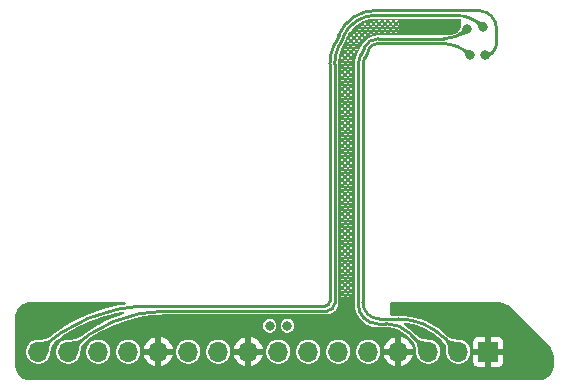
<source format=gbr>
%TF.GenerationSoftware,KiCad,Pcbnew,9.0.0-1.fc42*%
%TF.CreationDate,2025-03-01T14:54:56-05:00*%
%TF.ProjectId,ext-con-breakout-board,6578742d-636f-46e2-9d62-7265616b6f75,v0.6*%
%TF.SameCoordinates,Original*%
%TF.FileFunction,Copper,L2,Inr*%
%TF.FilePolarity,Positive*%
%FSLAX45Y45*%
G04 Gerber Fmt 4.5, Leading zero omitted, Abs format (unit mm)*
G04 Created by KiCad (PCBNEW 9.0.0-1.fc42) date 2025-03-01 14:54:56*
%MOMM*%
%LPD*%
G01*
G04 APERTURE LIST*
%TA.AperFunction,ComponentPad*%
%ADD10R,1.700000X1.700000*%
%TD*%
%TA.AperFunction,ComponentPad*%
%ADD11O,1.700000X1.700000*%
%TD*%
%TA.AperFunction,ComponentPad*%
%ADD12C,2.800000*%
%TD*%
%TA.AperFunction,ViaPad*%
%ADD13C,0.800000*%
%TD*%
%TA.AperFunction,Conductor*%
%ADD14C,0.230000*%
%TD*%
G04 APERTURE END LIST*
D10*
%TO.N,GND*%
%TO.C,J2*%
X13050000Y-11550000D03*
D11*
%TO.N,/UART1_RXD*%
X12796000Y-11550000D03*
%TO.N,/UART1_TXD*%
X12542000Y-11550000D03*
%TO.N,GND*%
X12288000Y-11550000D03*
%TO.N,/SPI_SS1*%
X12034000Y-11550000D03*
%TO.N,/SPI_SCK*%
X11780000Y-11550000D03*
%TO.N,/SPI_MOSI*%
X11526000Y-11550000D03*
%TO.N,/SPI_MISO*%
X11272000Y-11550000D03*
%TO.N,GND*%
X11018000Y-11550000D03*
%TO.N,Net-(J2-Pin_10)*%
X10764000Y-11550000D03*
%TO.N,Net-(J2-Pin_11)*%
X10510000Y-11550000D03*
%TO.N,GND*%
X10256000Y-11550000D03*
%TO.N,/GPIO4_IO11*%
X10002000Y-11550000D03*
%TO.N,/GPIO4_IO28*%
X9748000Y-11550000D03*
%TO.N,/I2C4_SCL*%
X9494000Y-11550000D03*
%TO.N,/I2C4_SDA*%
X9240000Y-11550000D03*
%TD*%
D12*
%TO.N,GND*%
%TO.C,H1*%
X13367100Y-11550000D03*
%TD*%
D13*
%TO.N,/I2C4_SDA*%
X13020000Y-9040000D03*
%TO.N,/I2C4_SCL*%
X13010000Y-8800000D03*
%TO.N,GND*%
X12700000Y-8800000D03*
%TO.N,/UART1_RXD*%
X12900000Y-9040000D03*
%TO.N,/UART1_TXD*%
X12870000Y-8820000D03*
%TO.N,+1V8*%
X11200000Y-11330000D03*
%TO.N,+3V3*%
X11350000Y-11330000D03*
%TD*%
D14*
%TO.N,/I2C4_SDA*%
X13120000Y-8940000D02*
X13120000Y-8813126D01*
X11784300Y-8869100D02*
X11750879Y-8937968D01*
X11666600Y-11165000D02*
X10465000Y-11165000D01*
X10464733Y-11164733D02*
X10170117Y-11164733D01*
X11710000Y-9115834D02*
X11710000Y-11121600D01*
X12966874Y-8660000D02*
X12098835Y-8660000D01*
X10465000Y-11165000D02*
X10464733Y-11164733D01*
X10170117Y-11164733D02*
G75*
G03*
X9240001Y-11550001I3J-1315387D01*
G01*
X11750879Y-8937968D02*
G75*
G03*
X11710002Y-9115834I366511J-177862D01*
G01*
X13120000Y-8813126D02*
G75*
G03*
X12966874Y-8660000I-153130J-4D01*
G01*
X12098835Y-8660000D02*
G75*
G03*
X11784300Y-8869100I-1056J-339530D01*
G01*
X11710000Y-11121600D02*
G75*
G02*
X11666600Y-11165000I-43400J0D01*
G01*
X13020000Y-9040000D02*
G75*
G03*
X13120000Y-8940000I0J100000D01*
G01*
%TO.N,/I2C4_SCL*%
X12768579Y-8700000D02*
X12100865Y-8700000D01*
X11750000Y-9115988D02*
X11750000Y-11139484D01*
X11820325Y-8886639D02*
X11786865Y-8955586D01*
X11684484Y-11205000D02*
X10326904Y-11205000D01*
X12100865Y-8700000D02*
G75*
G03*
X11820324Y-8886639I85J-304290D01*
G01*
X11750000Y-11139484D02*
G75*
G02*
X11684484Y-11205000I-65520J4D01*
G01*
X13010000Y-8800000D02*
G75*
G03*
X12768579Y-8700001I-241420J-241420D01*
G01*
X11786865Y-8955586D02*
G75*
G03*
X11749999Y-9115988I330525J-160404D01*
G01*
X10326904Y-11205000D02*
G75*
G03*
X9493999Y-11549999I-4J-1177900D01*
G01*
%TO.N,/UART1_RXD*%
X12682756Y-11436756D02*
X12796000Y-11550000D01*
X12128671Y-11272000D02*
X12285000Y-11272000D01*
X11990000Y-9116753D02*
X11990000Y-11133329D01*
X12658579Y-8940000D02*
X12119000Y-8940000D01*
X12036036Y-8991849D02*
X12003116Y-9059685D01*
X12285000Y-11272000D02*
G75*
G02*
X12682755Y-11436756I0J-562510D01*
G01*
X12900000Y-9040000D02*
G75*
G03*
X12658579Y-8940001I-241420J-241420D01*
G01*
X12119000Y-8940000D02*
G75*
G03*
X12036034Y-8991848I160J-92560D01*
G01*
X11990000Y-11133329D02*
G75*
G03*
X12128671Y-11272000I138670J-1D01*
G01*
X12003116Y-9059685D02*
G75*
G03*
X11990001Y-9116753I117594J-57065D01*
G01*
%TO.N,/UART1_TXD*%
X12186499Y-11312500D02*
X12114539Y-11312500D01*
X11967234Y-9042006D02*
X12000084Y-8974314D01*
X12116326Y-8900000D02*
X12676863Y-8900000D01*
X12542000Y-11550000D02*
X12387939Y-11395939D01*
X11950000Y-11147961D02*
X11950000Y-9116992D01*
X11950000Y-9116992D02*
G75*
G02*
X11967233Y-9042006I171750J2D01*
G01*
X12387939Y-11395939D02*
G75*
G03*
X12186499Y-11312501I-201439J-201441D01*
G01*
X12676863Y-8900000D02*
G75*
G03*
X12869999Y-8819999I-3J273140D01*
G01*
X12000084Y-8974314D02*
G75*
G02*
X12116326Y-8900001I116746J-54546D01*
G01*
X12114539Y-11312500D02*
G75*
G02*
X11950000Y-11147961I1J164540D01*
G01*
%TD*%
%TA.AperFunction,Conductor*%
%TO.N,/I2C4_SDA*%
G36*
X9359983Y-11430809D02*
G01*
X9372920Y-11447031D01*
X9373168Y-11447892D01*
X9372776Y-11448641D01*
X9360674Y-11459253D01*
X9360674Y-11459253D01*
X9350651Y-11470201D01*
X9343123Y-11480892D01*
X9343122Y-11480893D01*
X9337657Y-11491477D01*
X9337657Y-11491479D01*
X9333829Y-11502102D01*
X9333828Y-11502104D01*
X9331207Y-11512917D01*
X9331207Y-11512918D01*
X9327877Y-11535692D01*
X9327875Y-11535702D01*
X9323109Y-11566441D01*
X9322643Y-11567206D01*
X9321773Y-11567418D01*
X9321710Y-11567406D01*
X9291490Y-11560998D01*
X9240761Y-11550240D01*
X9240023Y-11549733D01*
X9239839Y-11549209D01*
X9231975Y-11467839D01*
X9232237Y-11466983D01*
X9233027Y-11466562D01*
X9233062Y-11466559D01*
X9260839Y-11464847D01*
X9260854Y-11464847D01*
X9272858Y-11464297D01*
X9295225Y-11461886D01*
X9314620Y-11456613D01*
X9324554Y-11452398D01*
X9335023Y-11446824D01*
X9346680Y-11439342D01*
X9346682Y-11439341D01*
X9346683Y-11439341D01*
X9358367Y-11430602D01*
X9359235Y-11430380D01*
X9359983Y-11430809D01*
G37*
%TD.AperFunction*%
%TD*%
%TA.AperFunction,Conductor*%
%TO.N,/I2C4_SCL*%
G36*
X12954357Y-8741316D02*
G01*
X12955391Y-8741912D01*
X12961784Y-8745599D01*
X12961785Y-8745599D01*
X12961785Y-8745599D01*
X12961786Y-8745600D01*
X12966245Y-8747790D01*
X12969143Y-8749214D01*
X12969145Y-8749215D01*
X12975704Y-8751825D01*
X12975705Y-8751826D01*
X12981724Y-8753665D01*
X12987460Y-8754964D01*
X12993170Y-8755957D01*
X12999111Y-8756876D01*
X13005520Y-8757949D01*
X13005557Y-8757956D01*
X13012688Y-8759415D01*
X13012743Y-8759428D01*
X13020081Y-8761304D01*
X13020798Y-8761841D01*
X13020958Y-8762346D01*
X13024851Y-8812077D01*
X13024574Y-8812928D01*
X13023776Y-8813335D01*
X13023730Y-8813337D01*
X12973894Y-8815284D01*
X12973054Y-8814973D01*
X12972752Y-8814524D01*
X12970364Y-8808133D01*
X12970342Y-8808070D01*
X12968339Y-8801535D01*
X12968329Y-8801499D01*
X12966701Y-8795472D01*
X12965157Y-8789866D01*
X12965157Y-8789863D01*
X12963410Y-8784611D01*
X12963410Y-8784611D01*
X12963410Y-8784610D01*
X12961165Y-8779614D01*
X12958129Y-8774782D01*
X12954007Y-8770021D01*
X12948505Y-8765239D01*
X12948504Y-8765239D01*
X12942250Y-8760971D01*
X12941760Y-8760222D01*
X12941913Y-8759392D01*
X12952776Y-8741716D01*
X12953501Y-8741191D01*
X12954357Y-8741316D01*
G37*
%TD.AperFunction*%
%TD*%
%TA.AperFunction,Conductor*%
%TO.N,/UART1_RXD*%
G36*
X12691636Y-11429288D02*
G01*
X12702788Y-11439294D01*
X12714048Y-11447495D01*
X12724764Y-11453511D01*
X12735118Y-11457711D01*
X12739392Y-11458868D01*
X12745288Y-11460465D01*
X12745289Y-11460465D01*
X12745290Y-11460465D01*
X12755462Y-11462141D01*
X12776530Y-11463736D01*
X12782626Y-11464068D01*
X12782668Y-11464071D01*
X12807572Y-11466513D01*
X12808362Y-11466934D01*
X12808622Y-11467791D01*
X12808615Y-11467854D01*
X12796201Y-11549219D01*
X12795738Y-11549986D01*
X12795221Y-11550200D01*
X12713838Y-11562615D01*
X12712968Y-11562401D01*
X12712505Y-11561635D01*
X12712499Y-11561588D01*
X12711218Y-11550070D01*
X12710727Y-11545654D01*
X12710722Y-11545595D01*
X12709863Y-11529882D01*
X12709863Y-11529881D01*
X12709863Y-11529881D01*
X12709124Y-11516163D01*
X12709124Y-11516162D01*
X12706461Y-11497004D01*
X12700907Y-11480394D01*
X12699792Y-11478245D01*
X12696622Y-11472136D01*
X12696622Y-11472135D01*
X12691336Y-11464069D01*
X12691046Y-11463626D01*
X12683760Y-11454518D01*
X12675485Y-11445790D01*
X12675164Y-11444954D01*
X12675498Y-11444166D01*
X12690019Y-11429340D01*
X12690843Y-11428989D01*
X12691636Y-11429288D01*
G37*
%TD.AperFunction*%
%TD*%
%TA.AperFunction,Conductor*%
%TO.N,/I2C4_SDA*%
G36*
X13030750Y-9001497D02*
G01*
X13036318Y-9003164D01*
X13036381Y-9003185D01*
X13042270Y-9005333D01*
X13042280Y-9005337D01*
X13047810Y-9007493D01*
X13053045Y-9009398D01*
X13058076Y-9010803D01*
X13062999Y-9011460D01*
X13062999Y-9011460D01*
X13062999Y-9011460D01*
X13064256Y-9011374D01*
X13067906Y-9011122D01*
X13072894Y-9009541D01*
X13078055Y-9006469D01*
X13082674Y-9002378D01*
X13083520Y-9002086D01*
X13084265Y-9002415D01*
X13099141Y-9016863D01*
X13099496Y-9017686D01*
X13099165Y-9018518D01*
X13099161Y-9018522D01*
X13093061Y-9024739D01*
X13093051Y-9024748D01*
X13087118Y-9030658D01*
X13087108Y-9030668D01*
X13081945Y-9035690D01*
X13081936Y-9035699D01*
X13077923Y-9039521D01*
X13077321Y-9040095D01*
X13073191Y-9043973D01*
X13073025Y-9044129D01*
X13073024Y-9044130D01*
X13068835Y-9048055D01*
X13068835Y-9048055D01*
X13064526Y-9052134D01*
X13059879Y-9056624D01*
X13054679Y-9061780D01*
X13049288Y-9067264D01*
X13048464Y-9067614D01*
X13047935Y-9067493D01*
X13001612Y-9044574D01*
X13001023Y-9043900D01*
X13001082Y-9043006D01*
X13001169Y-9042860D01*
X13003080Y-9040095D01*
X13029453Y-9001953D01*
X13030205Y-9001467D01*
X13030750Y-9001497D01*
G37*
%TD.AperFunction*%
%TD*%
%TA.AperFunction,Conductor*%
%TO.N,GND*%
G36*
X11921450Y-11160616D02*
G01*
X11924432Y-11183265D01*
X11924754Y-11185711D01*
X11927577Y-11196246D01*
X11931305Y-11210160D01*
X11931305Y-11210161D01*
X11937106Y-11224166D01*
X11940991Y-11233545D01*
X11940995Y-11233552D01*
X11953647Y-11255465D01*
X11953647Y-11255466D01*
X11969055Y-11275546D01*
X11969055Y-11275546D01*
X11969056Y-11275546D01*
X11986954Y-11293444D01*
X11986954Y-11293444D01*
X11986954Y-11293445D01*
X11998359Y-11302196D01*
X12007035Y-11308853D01*
X12007035Y-11308853D01*
X12007035Y-11308853D01*
X12010629Y-11310928D01*
X12028955Y-11321509D01*
X12052340Y-11331195D01*
X12076789Y-11337746D01*
X12101883Y-11341050D01*
X12109453Y-11341050D01*
X12109454Y-11341050D01*
X12110781Y-11341050D01*
X12114539Y-11341050D01*
X12119573Y-11341050D01*
X12181465Y-11341050D01*
X12186179Y-11341050D01*
X12186818Y-11341068D01*
X12214561Y-11342626D01*
X12215830Y-11342769D01*
X12242907Y-11347369D01*
X12244152Y-11347653D01*
X12259311Y-11352020D01*
X12270545Y-11355257D01*
X12271752Y-11355679D01*
X12278707Y-11358560D01*
X12295910Y-11365686D01*
X12297125Y-11366189D01*
X12298277Y-11366744D01*
X12320877Y-11379235D01*
X12322314Y-11380029D01*
X12323397Y-11380709D01*
X12345796Y-11396602D01*
X12346796Y-11397399D01*
X12367504Y-11415905D01*
X12367968Y-11416344D01*
X12400616Y-11448992D01*
X12401087Y-11449492D01*
X12401730Y-11450217D01*
X12402769Y-11451891D01*
X12411285Y-11460999D01*
X12411387Y-11461114D01*
X12411399Y-11461140D01*
X12411754Y-11461550D01*
X12418334Y-11469766D01*
X12418916Y-11470562D01*
X12423648Y-11477652D01*
X12424197Y-11478564D01*
X12427297Y-11484307D01*
X12427380Y-11484461D01*
X12428058Y-11485970D01*
X12432944Y-11499370D01*
X12433460Y-11501291D01*
X12436391Y-11517872D01*
X12436518Y-11518824D01*
X12437876Y-11533761D01*
X12437904Y-11534044D01*
X12439885Y-11552547D01*
X12439950Y-11553761D01*
X12439950Y-11560051D01*
X12442004Y-11570376D01*
X12443872Y-11579767D01*
X12443872Y-11579767D01*
X12451564Y-11598338D01*
X12451565Y-11598339D01*
X12462732Y-11615053D01*
X12476947Y-11629268D01*
X12493660Y-11640435D01*
X12493661Y-11640436D01*
X12512232Y-11648128D01*
X12512233Y-11648128D01*
X12512233Y-11648128D01*
X12531949Y-11652050D01*
X12531949Y-11652050D01*
X12552051Y-11652050D01*
X12552051Y-11652050D01*
X12571767Y-11648128D01*
X12571767Y-11648128D01*
X12571767Y-11648128D01*
X12584148Y-11643000D01*
X12590339Y-11640436D01*
X12607053Y-11629267D01*
X12621267Y-11615053D01*
X12632436Y-11598339D01*
X12637129Y-11587007D01*
X12640128Y-11579767D01*
X12640128Y-11579767D01*
X12640128Y-11579767D01*
X12640128Y-11579767D01*
X12644050Y-11560051D01*
X12644050Y-11539949D01*
X12640128Y-11520233D01*
X12640128Y-11520232D01*
X12640128Y-11520232D01*
X12632436Y-11501661D01*
X12632435Y-11501660D01*
X12621268Y-11484947D01*
X12607053Y-11470732D01*
X12590339Y-11459565D01*
X12590338Y-11459564D01*
X12571767Y-11451872D01*
X12571767Y-11451872D01*
X12552051Y-11447950D01*
X12552051Y-11447950D01*
X12545761Y-11447950D01*
X12544547Y-11447885D01*
X12543499Y-11447773D01*
X12526472Y-11445950D01*
X12526433Y-11445944D01*
X12526035Y-11445903D01*
X12525991Y-11445898D01*
X12525906Y-11445889D01*
X12525871Y-11445886D01*
X12504075Y-11443646D01*
X12503098Y-11443503D01*
X12494700Y-11441895D01*
X12493593Y-11441626D01*
X12489438Y-11440390D01*
X12485635Y-11439258D01*
X12484357Y-11438793D01*
X12480205Y-11436997D01*
X12480205Y-11436996D01*
X12480205Y-11436996D01*
X12476412Y-11435354D01*
X12475158Y-11434717D01*
X12466568Y-11429662D01*
X12465486Y-11428939D01*
X12455766Y-11421608D01*
X12454914Y-11420898D01*
X12443787Y-11410660D01*
X12442893Y-11410102D01*
X12440867Y-11408492D01*
X12411683Y-11379307D01*
X12411681Y-11379304D01*
X12408128Y-11375751D01*
X12397240Y-11364863D01*
X12383857Y-11353880D01*
X12373434Y-11345326D01*
X12347829Y-11328218D01*
X12347828Y-11328217D01*
X12344527Y-11326452D01*
X12343708Y-11325648D01*
X12342653Y-11325198D01*
X12341460Y-11323440D01*
X12339944Y-11321951D01*
X12339690Y-11320832D01*
X12339046Y-11319883D01*
X12338993Y-11317759D01*
X12338523Y-11315687D01*
X12338914Y-11314608D01*
X12338886Y-11313461D01*
X12339989Y-11311646D01*
X12340714Y-11309649D01*
X12341626Y-11308953D01*
X12342222Y-11307972D01*
X12344132Y-11307042D01*
X12345822Y-11305753D01*
X12347105Y-11305593D01*
X12347997Y-11305159D01*
X12351240Y-11305078D01*
X12368085Y-11307071D01*
X12368969Y-11307211D01*
X12409212Y-11315216D01*
X12410082Y-11315425D01*
X12449572Y-11326562D01*
X12450423Y-11326839D01*
X12464937Y-11332193D01*
X12488919Y-11341041D01*
X12489745Y-11341383D01*
X12520756Y-11355679D01*
X12527006Y-11358560D01*
X12527803Y-11358967D01*
X12563604Y-11379016D01*
X12564367Y-11379484D01*
X12598483Y-11402279D01*
X12599205Y-11402804D01*
X12626959Y-11424684D01*
X12631428Y-11428206D01*
X12632108Y-11428788D01*
X12660508Y-11455040D01*
X12661236Y-11455778D01*
X12661892Y-11456505D01*
X12662749Y-11457864D01*
X12670284Y-11465813D01*
X12670380Y-11465918D01*
X12670393Y-11465947D01*
X12670815Y-11466431D01*
X12676485Y-11473519D01*
X12677117Y-11474391D01*
X12681138Y-11480526D01*
X12681722Y-11481524D01*
X12684134Y-11486173D01*
X12684135Y-11486175D01*
X12684289Y-11486472D01*
X12684289Y-11486473D01*
X12684980Y-11488105D01*
X12688967Y-11500029D01*
X12689447Y-11502075D01*
X12691573Y-11517368D01*
X12691665Y-11518325D01*
X12692304Y-11530183D01*
X12692304Y-11530183D01*
X12692336Y-11530792D01*
X12692364Y-11531309D01*
X12692365Y-11531319D01*
X12693198Y-11546553D01*
X12693233Y-11547060D01*
X12693239Y-11547125D01*
X12693284Y-11547590D01*
X12693880Y-11552952D01*
X12693950Y-11554212D01*
X12693950Y-11560051D01*
X12696004Y-11570376D01*
X12697872Y-11579767D01*
X12697872Y-11579767D01*
X12705564Y-11598338D01*
X12705565Y-11598339D01*
X12716732Y-11615053D01*
X12730947Y-11629268D01*
X12747660Y-11640435D01*
X12747661Y-11640436D01*
X12766232Y-11648128D01*
X12766233Y-11648128D01*
X12766233Y-11648128D01*
X12785949Y-11652050D01*
X12785949Y-11652050D01*
X12806051Y-11652050D01*
X12806051Y-11652050D01*
X12825767Y-11648128D01*
X12825767Y-11648128D01*
X12825767Y-11648128D01*
X12838148Y-11643000D01*
X12844339Y-11640436D01*
X12861053Y-11629267D01*
X12875267Y-11615053D01*
X12886436Y-11598339D01*
X12891129Y-11587007D01*
X12894128Y-11579767D01*
X12894128Y-11579767D01*
X12894128Y-11579767D01*
X12894128Y-11579767D01*
X12898050Y-11560051D01*
X12898050Y-11539949D01*
X12894128Y-11520233D01*
X12894128Y-11520232D01*
X12894128Y-11520232D01*
X12886436Y-11501661D01*
X12886435Y-11501660D01*
X12875268Y-11484947D01*
X12861053Y-11470732D01*
X12847763Y-11461852D01*
X12925000Y-11461852D01*
X12925000Y-11524600D01*
X13006930Y-11524600D01*
X13003407Y-11530701D01*
X13000000Y-11543417D01*
X13000000Y-11556583D01*
X13003407Y-11569299D01*
X13006930Y-11575400D01*
X12925000Y-11575400D01*
X12925000Y-11638148D01*
X12926483Y-11647515D01*
X12926484Y-11647515D01*
X12932235Y-11658804D01*
X12932236Y-11658805D01*
X12941195Y-11667764D01*
X12941196Y-11667764D01*
X12952485Y-11673516D01*
X12952485Y-11673516D01*
X12961852Y-11675000D01*
X13024600Y-11675000D01*
X13024600Y-11593070D01*
X13030701Y-11596592D01*
X13043417Y-11600000D01*
X13056583Y-11600000D01*
X13069299Y-11596592D01*
X13075400Y-11593070D01*
X13075400Y-11675000D01*
X13138148Y-11675000D01*
X13147515Y-11673516D01*
X13147515Y-11673516D01*
X13158804Y-11667764D01*
X13158805Y-11667764D01*
X13167764Y-11658805D01*
X13167764Y-11658804D01*
X13173516Y-11647515D01*
X13175000Y-11638148D01*
X13175000Y-11575400D01*
X13093070Y-11575400D01*
X13096592Y-11569299D01*
X13100000Y-11556583D01*
X13100000Y-11543417D01*
X13096592Y-11530701D01*
X13093070Y-11524600D01*
X13175000Y-11524600D01*
X13175000Y-11461852D01*
X13173516Y-11452485D01*
X13173516Y-11452485D01*
X13167764Y-11441196D01*
X13167764Y-11441195D01*
X13158805Y-11432236D01*
X13158804Y-11432236D01*
X13147515Y-11426483D01*
X13147515Y-11426483D01*
X13138148Y-11425000D01*
X13075400Y-11425000D01*
X13075400Y-11506930D01*
X13069299Y-11503407D01*
X13056583Y-11500000D01*
X13043417Y-11500000D01*
X13030701Y-11503407D01*
X13024600Y-11506930D01*
X13024600Y-11425000D01*
X12961852Y-11425000D01*
X12952485Y-11426483D01*
X12952485Y-11426484D01*
X12941196Y-11432235D01*
X12941195Y-11432236D01*
X12932236Y-11441195D01*
X12932236Y-11441196D01*
X12926483Y-11452485D01*
X12925000Y-11461852D01*
X12847763Y-11461852D01*
X12844339Y-11459565D01*
X12844338Y-11459564D01*
X12825767Y-11451872D01*
X12825767Y-11451872D01*
X12806051Y-11447950D01*
X12806051Y-11447950D01*
X12798656Y-11447950D01*
X12797700Y-11447910D01*
X12797623Y-11447903D01*
X12784380Y-11446605D01*
X12783995Y-11446572D01*
X12783953Y-11446568D01*
X12783582Y-11446544D01*
X12777673Y-11446222D01*
X12777519Y-11446210D01*
X12777503Y-11446209D01*
X12758053Y-11444737D01*
X12757060Y-11444618D01*
X12749587Y-11443387D01*
X12748461Y-11443142D01*
X12743874Y-11441900D01*
X12743869Y-11441899D01*
X12741397Y-11441230D01*
X12740091Y-11440790D01*
X12733056Y-11437936D01*
X12731762Y-11437313D01*
X12724129Y-11433028D01*
X12722999Y-11432302D01*
X12717375Y-11428206D01*
X12714313Y-11425976D01*
X12713411Y-11425247D01*
X12713136Y-11425000D01*
X12703357Y-11416225D01*
X12703357Y-11416225D01*
X12703356Y-11416225D01*
X12702605Y-11415768D01*
X12700466Y-11414090D01*
X12700286Y-11413910D01*
X12700285Y-11413910D01*
X12699775Y-11413400D01*
X12699774Y-11413399D01*
X12699771Y-11413396D01*
X12688017Y-11401641D01*
X12688015Y-11401640D01*
X12656111Y-11373995D01*
X12656109Y-11373993D01*
X12622311Y-11348692D01*
X12622310Y-11348692D01*
X12622310Y-11348692D01*
X12595085Y-11331195D01*
X12586793Y-11325866D01*
X12586394Y-11325648D01*
X12549738Y-11305632D01*
X12549737Y-11305632D01*
X12523048Y-11293444D01*
X12511334Y-11288094D01*
X12511333Y-11288094D01*
X12511332Y-11288093D01*
X12477690Y-11275546D01*
X12471776Y-11273340D01*
X12471776Y-11273339D01*
X12471775Y-11273339D01*
X12431268Y-11261445D01*
X12403776Y-11255465D01*
X12390012Y-11252470D01*
X12348222Y-11246462D01*
X12309624Y-11243701D01*
X12306110Y-11243450D01*
X12306109Y-11243450D01*
X12288759Y-11243450D01*
X12231400Y-11243450D01*
X12225237Y-11241640D01*
X12221030Y-11236786D01*
X12220000Y-11232050D01*
X12220000Y-11139550D01*
X12221810Y-11133387D01*
X12226664Y-11129180D01*
X12231400Y-11128150D01*
X13120647Y-11128150D01*
X13120647Y-11128150D01*
X13123885Y-11128150D01*
X13124630Y-11128174D01*
X13147248Y-11129657D01*
X13148726Y-11129851D01*
X13170591Y-11134200D01*
X13172031Y-11134586D01*
X13193141Y-11141752D01*
X13194517Y-11142322D01*
X13214512Y-11152183D01*
X13215803Y-11152928D01*
X13234340Y-11165314D01*
X13235520Y-11166220D01*
X13252575Y-11181177D01*
X13253118Y-11181686D01*
X13253118Y-11181686D01*
X13255397Y-11183965D01*
X13255397Y-11183965D01*
X13256336Y-11184904D01*
X13553323Y-11481891D01*
X13553833Y-11482436D01*
X13568684Y-11499370D01*
X13568779Y-11499478D01*
X13569686Y-11500661D01*
X13582071Y-11519196D01*
X13582817Y-11520488D01*
X13592677Y-11540482D01*
X13593248Y-11541859D01*
X13600414Y-11562970D01*
X13600800Y-11564410D01*
X13605150Y-11586274D01*
X13605344Y-11587752D01*
X13606826Y-11610338D01*
X13606850Y-11611084D01*
X13606850Y-11659551D01*
X13606815Y-11660446D01*
X13605297Y-11679732D01*
X13605017Y-11681499D01*
X13600606Y-11699871D01*
X13600053Y-11701573D01*
X13592823Y-11719029D01*
X13592010Y-11720623D01*
X13582137Y-11736735D01*
X13581086Y-11738182D01*
X13568815Y-11752550D01*
X13567550Y-11753815D01*
X13553182Y-11766086D01*
X13551735Y-11767137D01*
X13535623Y-11777010D01*
X13534029Y-11777823D01*
X13516573Y-11785053D01*
X13514871Y-11785606D01*
X13496499Y-11790017D01*
X13494732Y-11790297D01*
X13477709Y-11791637D01*
X13475446Y-11791815D01*
X13474552Y-11791850D01*
X9175448Y-11791850D01*
X9174554Y-11791815D01*
X9172031Y-11791616D01*
X9155268Y-11790297D01*
X9153501Y-11790017D01*
X9135128Y-11785606D01*
X9133427Y-11785053D01*
X9115970Y-11777823D01*
X9114377Y-11777010D01*
X9098265Y-11767137D01*
X9096819Y-11766086D01*
X9082450Y-11753814D01*
X9081185Y-11752550D01*
X9068913Y-11738181D01*
X9067862Y-11736735D01*
X9057989Y-11720623D01*
X9057178Y-11719030D01*
X9049946Y-11701572D01*
X9049394Y-11699872D01*
X9044983Y-11681498D01*
X9044703Y-11679732D01*
X9044214Y-11673516D01*
X9043185Y-11660446D01*
X9043150Y-11659551D01*
X9043150Y-11260448D01*
X9043185Y-11259554D01*
X9043451Y-11256180D01*
X9044703Y-11240268D01*
X9044983Y-11238501D01*
X9049394Y-11220127D01*
X9049946Y-11218428D01*
X9057178Y-11200969D01*
X9057989Y-11199378D01*
X9067863Y-11183264D01*
X9068913Y-11181819D01*
X9081186Y-11167449D01*
X9082449Y-11166186D01*
X9096819Y-11153913D01*
X9098264Y-11152863D01*
X9114378Y-11142989D01*
X9115969Y-11142178D01*
X9133428Y-11134946D01*
X9135127Y-11134394D01*
X9153502Y-11129983D01*
X9155268Y-11129703D01*
X9174554Y-11128185D01*
X9175448Y-11128150D01*
X9970209Y-11128150D01*
X9976372Y-11129960D01*
X9980579Y-11134814D01*
X9981493Y-11141172D01*
X9978824Y-11147015D01*
X9973421Y-11150488D01*
X9971992Y-11150810D01*
X9925124Y-11158233D01*
X9925120Y-11158234D01*
X9856275Y-11172867D01*
X9856272Y-11172868D01*
X9788287Y-11191084D01*
X9788287Y-11191085D01*
X9721349Y-11212834D01*
X9721348Y-11212835D01*
X9655641Y-11238057D01*
X9655637Y-11238059D01*
X9591341Y-11266685D01*
X9591340Y-11266686D01*
X9591340Y-11266686D01*
X9578282Y-11273339D01*
X9528627Y-11298640D01*
X9467674Y-11333831D01*
X9467671Y-11333833D01*
X9408646Y-11372164D01*
X9408645Y-11372165D01*
X9386447Y-11388293D01*
X9351890Y-11413400D01*
X9351700Y-11413538D01*
X9348965Y-11415753D01*
X9348596Y-11416039D01*
X9348014Y-11416472D01*
X9347856Y-11416547D01*
X9337040Y-11424637D01*
X9336977Y-11424684D01*
X9336973Y-11424685D01*
X9336330Y-11425131D01*
X9326534Y-11431419D01*
X9325734Y-11431888D01*
X9317431Y-11436309D01*
X9316526Y-11436740D01*
X9309579Y-11439688D01*
X9308117Y-11440194D01*
X9292833Y-11444349D01*
X9291065Y-11444682D01*
X9271865Y-11446752D01*
X9271165Y-11446806D01*
X9260050Y-11447315D01*
X9259884Y-11447323D01*
X9259878Y-11447324D01*
X9259747Y-11447331D01*
X9250761Y-11447885D01*
X9250060Y-11447928D01*
X9249359Y-11447950D01*
X9229949Y-11447950D01*
X9215060Y-11450912D01*
X9210233Y-11451872D01*
X9210232Y-11451872D01*
X9191661Y-11459564D01*
X9191660Y-11459565D01*
X9174947Y-11470732D01*
X9160732Y-11484947D01*
X9149565Y-11501660D01*
X9149564Y-11501661D01*
X9141872Y-11520232D01*
X9141872Y-11520232D01*
X9141773Y-11520731D01*
X9137950Y-11539949D01*
X9137950Y-11560051D01*
X9140004Y-11570376D01*
X9141872Y-11579767D01*
X9141872Y-11579767D01*
X9149564Y-11598338D01*
X9149565Y-11598339D01*
X9160732Y-11615053D01*
X9174947Y-11629268D01*
X9191660Y-11640435D01*
X9191661Y-11640436D01*
X9210233Y-11648128D01*
X9210233Y-11648128D01*
X9210233Y-11648128D01*
X9229949Y-11652050D01*
X9229949Y-11652050D01*
X9250051Y-11652050D01*
X9250051Y-11652050D01*
X9269767Y-11648128D01*
X9269767Y-11648128D01*
X9269768Y-11648128D01*
X9282148Y-11643000D01*
X9288339Y-11640436D01*
X9305053Y-11629267D01*
X9319267Y-11615053D01*
X9330436Y-11598339D01*
X9335129Y-11587007D01*
X9338128Y-11579767D01*
X9338128Y-11579767D01*
X9338128Y-11579767D01*
X9338128Y-11579767D01*
X9339996Y-11570376D01*
X9340451Y-11569130D01*
X9341184Y-11564405D01*
X9342050Y-11560051D01*
X9342050Y-11559699D01*
X9342185Y-11557952D01*
X9342397Y-11556583D01*
X9345218Y-11538392D01*
X9345240Y-11538242D01*
X9348379Y-11516783D01*
X9348579Y-11515749D01*
X9350516Y-11507758D01*
X9350869Y-11506582D01*
X9353526Y-11499209D01*
X9354121Y-11497845D01*
X9357806Y-11490708D01*
X9358613Y-11489375D01*
X9363934Y-11481819D01*
X9364845Y-11480686D01*
X9364993Y-11480526D01*
X9371021Y-11473941D01*
X9372546Y-11472275D01*
X9373437Y-11471403D01*
X9384347Y-11461836D01*
X9384348Y-11461835D01*
X9384559Y-11461612D01*
X9385893Y-11460410D01*
X9413504Y-11439223D01*
X9413979Y-11438879D01*
X9469012Y-11401056D01*
X9469509Y-11400732D01*
X9526449Y-11365839D01*
X9526960Y-11365545D01*
X9585645Y-11333681D01*
X9586174Y-11333411D01*
X9646446Y-11304663D01*
X9646991Y-11304421D01*
X9652362Y-11302196D01*
X9708682Y-11278867D01*
X9709237Y-11278654D01*
X9772186Y-11256363D01*
X9772746Y-11256181D01*
X9836774Y-11237215D01*
X9837349Y-11237061D01*
X9902280Y-11221472D01*
X9902861Y-11221348D01*
X9952469Y-11212154D01*
X9958859Y-11212810D01*
X9963880Y-11216817D01*
X9965938Y-11222902D01*
X9964379Y-11229133D01*
X9959698Y-11233533D01*
X9958070Y-11234205D01*
X9924043Y-11245261D01*
X9924042Y-11245261D01*
X9865056Y-11267904D01*
X9807335Y-11293603D01*
X9764506Y-11315425D01*
X9751036Y-11322288D01*
X9743634Y-11326562D01*
X9696319Y-11353879D01*
X9696318Y-11353880D01*
X9696317Y-11353880D01*
X9651227Y-11383162D01*
X9643326Y-11388293D01*
X9607106Y-11414608D01*
X9606516Y-11415010D01*
X9605680Y-11415540D01*
X9603771Y-11416331D01*
X9590998Y-11424862D01*
X9590880Y-11424937D01*
X9590860Y-11424943D01*
X9590460Y-11425191D01*
X9579154Y-11431704D01*
X9578384Y-11432109D01*
X9569027Y-11436587D01*
X9568159Y-11436959D01*
X9560262Y-11439962D01*
X9558880Y-11440390D01*
X9541799Y-11444506D01*
X9540230Y-11444770D01*
X9517737Y-11446956D01*
X9517356Y-11446986D01*
X9517326Y-11446988D01*
X9510995Y-11447346D01*
X9510782Y-11447359D01*
X9502544Y-11447925D01*
X9502517Y-11447927D01*
X9502509Y-11447925D01*
X9501795Y-11447950D01*
X9483949Y-11447950D01*
X9469060Y-11450912D01*
X9464233Y-11451872D01*
X9464232Y-11451872D01*
X9445661Y-11459564D01*
X9445660Y-11459565D01*
X9428947Y-11470732D01*
X9414732Y-11484947D01*
X9403565Y-11501660D01*
X9403564Y-11501661D01*
X9395872Y-11520232D01*
X9395872Y-11520232D01*
X9395773Y-11520731D01*
X9391950Y-11539949D01*
X9391950Y-11560051D01*
X9394004Y-11570376D01*
X9395872Y-11579767D01*
X9395872Y-11579767D01*
X9403564Y-11598338D01*
X9403565Y-11598339D01*
X9414732Y-11615053D01*
X9428947Y-11629268D01*
X9445660Y-11640435D01*
X9445661Y-11640436D01*
X9464233Y-11648128D01*
X9464233Y-11648128D01*
X9464233Y-11648128D01*
X9483949Y-11652050D01*
X9483949Y-11652050D01*
X9504051Y-11652050D01*
X9504051Y-11652050D01*
X9523767Y-11648128D01*
X9523767Y-11648128D01*
X9523768Y-11648128D01*
X9536148Y-11643000D01*
X9542339Y-11640436D01*
X9559053Y-11629267D01*
X9573267Y-11615053D01*
X9584436Y-11598339D01*
X9592128Y-11579767D01*
X9593998Y-11570366D01*
X9594182Y-11569874D01*
X9594558Y-11567550D01*
X9596050Y-11560051D01*
X9596050Y-11559262D01*
X9596197Y-11557439D01*
X9596822Y-11553580D01*
X9598114Y-11545606D01*
X9598174Y-11545211D01*
X9598181Y-11545155D01*
X9598182Y-11545153D01*
X9598183Y-11545146D01*
X9598236Y-11544723D01*
X9598237Y-11544718D01*
X9598776Y-11539949D01*
X9645950Y-11539949D01*
X9645950Y-11560051D01*
X9648004Y-11570376D01*
X9649872Y-11579767D01*
X9649872Y-11579767D01*
X9657564Y-11598338D01*
X9657565Y-11598339D01*
X9668732Y-11615053D01*
X9682947Y-11629268D01*
X9699660Y-11640435D01*
X9699661Y-11640436D01*
X9718233Y-11648128D01*
X9718233Y-11648128D01*
X9718233Y-11648128D01*
X9737949Y-11652050D01*
X9737949Y-11652050D01*
X9758051Y-11652050D01*
X9758051Y-11652050D01*
X9777767Y-11648128D01*
X9777767Y-11648128D01*
X9777768Y-11648128D01*
X9790148Y-11643000D01*
X9796339Y-11640436D01*
X9813053Y-11629267D01*
X9827267Y-11615053D01*
X9838436Y-11598339D01*
X9843129Y-11587007D01*
X9846128Y-11579767D01*
X9846128Y-11579767D01*
X9846128Y-11579767D01*
X9846128Y-11579767D01*
X9850050Y-11560051D01*
X9850050Y-11539949D01*
X9899950Y-11539949D01*
X9899950Y-11560051D01*
X9902004Y-11570376D01*
X9903872Y-11579767D01*
X9903872Y-11579767D01*
X9911564Y-11598338D01*
X9911565Y-11598339D01*
X9922732Y-11615053D01*
X9936947Y-11629268D01*
X9953660Y-11640435D01*
X9953661Y-11640436D01*
X9972233Y-11648128D01*
X9972233Y-11648128D01*
X9972233Y-11648128D01*
X9991949Y-11652050D01*
X9991949Y-11652050D01*
X10012051Y-11652050D01*
X10012051Y-11652050D01*
X10031767Y-11648128D01*
X10031767Y-11648128D01*
X10031768Y-11648128D01*
X10044148Y-11643000D01*
X10050339Y-11640436D01*
X10067053Y-11629267D01*
X10081267Y-11615053D01*
X10092436Y-11598339D01*
X10097129Y-11587007D01*
X10100128Y-11579767D01*
X10100128Y-11579767D01*
X10100128Y-11579767D01*
X10100128Y-11579767D01*
X10104050Y-11560051D01*
X10104050Y-11539949D01*
X10100997Y-11524600D01*
X10133465Y-11524600D01*
X10133465Y-11524600D01*
X10212930Y-11524600D01*
X10209408Y-11530701D01*
X10206000Y-11543417D01*
X10206000Y-11556583D01*
X10209408Y-11569299D01*
X10212930Y-11575400D01*
X10133465Y-11575400D01*
X10134078Y-11579269D01*
X10134078Y-11579271D01*
X10140158Y-11597983D01*
X10149091Y-11615515D01*
X10149091Y-11615515D01*
X10160655Y-11631432D01*
X10174568Y-11645345D01*
X10190485Y-11656909D01*
X10190485Y-11656909D01*
X10208017Y-11665842D01*
X10226728Y-11671922D01*
X10226729Y-11671922D01*
X10230600Y-11672535D01*
X10230600Y-11593070D01*
X10236701Y-11596592D01*
X10249417Y-11600000D01*
X10262583Y-11600000D01*
X10275299Y-11596592D01*
X10281400Y-11593070D01*
X10281400Y-11672535D01*
X10285271Y-11671922D01*
X10285272Y-11671922D01*
X10303983Y-11665842D01*
X10321515Y-11656909D01*
X10321515Y-11656909D01*
X10337432Y-11645345D01*
X10337432Y-11645345D01*
X10351345Y-11631432D01*
X10351345Y-11631432D01*
X10362909Y-11615515D01*
X10362909Y-11615515D01*
X10371842Y-11597983D01*
X10377922Y-11579271D01*
X10377922Y-11579269D01*
X10378535Y-11575400D01*
X10299070Y-11575400D01*
X10302593Y-11569299D01*
X10306000Y-11556583D01*
X10306000Y-11543417D01*
X10305071Y-11539949D01*
X10407950Y-11539949D01*
X10407950Y-11560051D01*
X10410004Y-11570376D01*
X10411872Y-11579767D01*
X10411872Y-11579767D01*
X10419564Y-11598338D01*
X10419565Y-11598339D01*
X10430732Y-11615053D01*
X10444947Y-11629268D01*
X10461660Y-11640435D01*
X10461661Y-11640436D01*
X10480233Y-11648128D01*
X10480233Y-11648128D01*
X10480233Y-11648128D01*
X10499949Y-11652050D01*
X10499949Y-11652050D01*
X10520051Y-11652050D01*
X10520051Y-11652050D01*
X10539767Y-11648128D01*
X10539767Y-11648128D01*
X10539768Y-11648128D01*
X10552148Y-11643000D01*
X10558339Y-11640436D01*
X10575053Y-11629267D01*
X10589267Y-11615053D01*
X10600436Y-11598339D01*
X10605129Y-11587007D01*
X10608128Y-11579767D01*
X10608128Y-11579767D01*
X10608128Y-11579767D01*
X10608128Y-11579767D01*
X10612050Y-11560051D01*
X10612050Y-11539949D01*
X10661950Y-11539949D01*
X10661950Y-11560051D01*
X10664004Y-11570376D01*
X10665872Y-11579767D01*
X10665872Y-11579767D01*
X10673564Y-11598338D01*
X10673565Y-11598339D01*
X10684732Y-11615053D01*
X10698947Y-11629268D01*
X10715660Y-11640435D01*
X10715661Y-11640436D01*
X10734233Y-11648128D01*
X10734233Y-11648128D01*
X10734233Y-11648128D01*
X10753949Y-11652050D01*
X10753949Y-11652050D01*
X10774051Y-11652050D01*
X10774051Y-11652050D01*
X10793767Y-11648128D01*
X10793767Y-11648128D01*
X10793768Y-11648128D01*
X10806148Y-11643000D01*
X10812339Y-11640436D01*
X10829053Y-11629267D01*
X10843267Y-11615053D01*
X10854436Y-11598339D01*
X10859129Y-11587007D01*
X10862128Y-11579767D01*
X10862128Y-11579767D01*
X10862128Y-11579767D01*
X10862128Y-11579767D01*
X10866050Y-11560051D01*
X10866050Y-11539949D01*
X10862997Y-11524600D01*
X10895465Y-11524600D01*
X10895465Y-11524600D01*
X10974930Y-11524600D01*
X10971408Y-11530701D01*
X10968000Y-11543417D01*
X10968000Y-11556583D01*
X10971408Y-11569299D01*
X10974930Y-11575400D01*
X10895465Y-11575400D01*
X10896078Y-11579269D01*
X10896078Y-11579271D01*
X10902158Y-11597983D01*
X10911091Y-11615515D01*
X10911091Y-11615515D01*
X10922655Y-11631432D01*
X10936568Y-11645345D01*
X10952485Y-11656909D01*
X10952485Y-11656909D01*
X10970017Y-11665842D01*
X10988728Y-11671922D01*
X10988729Y-11671922D01*
X10992600Y-11672535D01*
X10992600Y-11672535D01*
X10992600Y-11593070D01*
X10998701Y-11596592D01*
X11011417Y-11600000D01*
X11024583Y-11600000D01*
X11037299Y-11596592D01*
X11043400Y-11593070D01*
X11043400Y-11672535D01*
X11047271Y-11671922D01*
X11047272Y-11671922D01*
X11065983Y-11665842D01*
X11083515Y-11656909D01*
X11083515Y-11656909D01*
X11099432Y-11645345D01*
X11099432Y-11645345D01*
X11113345Y-11631432D01*
X11113345Y-11631432D01*
X11124909Y-11615515D01*
X11124909Y-11615515D01*
X11133842Y-11597983D01*
X11139922Y-11579271D01*
X11139922Y-11579269D01*
X11140535Y-11575400D01*
X11061070Y-11575400D01*
X11064593Y-11569299D01*
X11068000Y-11556583D01*
X11068000Y-11543417D01*
X11067071Y-11539949D01*
X11169950Y-11539949D01*
X11169950Y-11560051D01*
X11172004Y-11570376D01*
X11173872Y-11579767D01*
X11173872Y-11579767D01*
X11181564Y-11598338D01*
X11181565Y-11598339D01*
X11192732Y-11615053D01*
X11206947Y-11629268D01*
X11223660Y-11640435D01*
X11223661Y-11640436D01*
X11242232Y-11648128D01*
X11242233Y-11648128D01*
X11242233Y-11648128D01*
X11261949Y-11652050D01*
X11261949Y-11652050D01*
X11282051Y-11652050D01*
X11282051Y-11652050D01*
X11301767Y-11648128D01*
X11301767Y-11648128D01*
X11301767Y-11648128D01*
X11314148Y-11643000D01*
X11320339Y-11640436D01*
X11337053Y-11629267D01*
X11351267Y-11615053D01*
X11362436Y-11598339D01*
X11367129Y-11587007D01*
X11370128Y-11579767D01*
X11370128Y-11579767D01*
X11370128Y-11579767D01*
X11370128Y-11579767D01*
X11374050Y-11560051D01*
X11374050Y-11539949D01*
X11423950Y-11539949D01*
X11423950Y-11560051D01*
X11426004Y-11570376D01*
X11427872Y-11579767D01*
X11427872Y-11579767D01*
X11435564Y-11598338D01*
X11435565Y-11598339D01*
X11446732Y-11615053D01*
X11460947Y-11629268D01*
X11477660Y-11640435D01*
X11477661Y-11640436D01*
X11496232Y-11648128D01*
X11496233Y-11648128D01*
X11496233Y-11648128D01*
X11515949Y-11652050D01*
X11515949Y-11652050D01*
X11536051Y-11652050D01*
X11536051Y-11652050D01*
X11555767Y-11648128D01*
X11555767Y-11648128D01*
X11555767Y-11648128D01*
X11568148Y-11643000D01*
X11574339Y-11640436D01*
X11591053Y-11629267D01*
X11605267Y-11615053D01*
X11616436Y-11598339D01*
X11621129Y-11587007D01*
X11624128Y-11579767D01*
X11624128Y-11579767D01*
X11624128Y-11579767D01*
X11624128Y-11579767D01*
X11628050Y-11560051D01*
X11628050Y-11539949D01*
X11677950Y-11539949D01*
X11677950Y-11560051D01*
X11680004Y-11570376D01*
X11681872Y-11579767D01*
X11681872Y-11579767D01*
X11689564Y-11598338D01*
X11689565Y-11598339D01*
X11700732Y-11615053D01*
X11714947Y-11629268D01*
X11731660Y-11640435D01*
X11731661Y-11640436D01*
X11750232Y-11648128D01*
X11750233Y-11648128D01*
X11750233Y-11648128D01*
X11769949Y-11652050D01*
X11769949Y-11652050D01*
X11790051Y-11652050D01*
X11790051Y-11652050D01*
X11809767Y-11648128D01*
X11809767Y-11648128D01*
X11809767Y-11648128D01*
X11822148Y-11643000D01*
X11828339Y-11640436D01*
X11845053Y-11629267D01*
X11859267Y-11615053D01*
X11870436Y-11598339D01*
X11875129Y-11587007D01*
X11878128Y-11579767D01*
X11878128Y-11579767D01*
X11878128Y-11579767D01*
X11878128Y-11579767D01*
X11882050Y-11560051D01*
X11882050Y-11539949D01*
X11931950Y-11539949D01*
X11931950Y-11560051D01*
X11934004Y-11570376D01*
X11935872Y-11579767D01*
X11935872Y-11579767D01*
X11943564Y-11598338D01*
X11943565Y-11598339D01*
X11954732Y-11615053D01*
X11968947Y-11629268D01*
X11985660Y-11640435D01*
X11985661Y-11640436D01*
X12004232Y-11648128D01*
X12004233Y-11648128D01*
X12004233Y-11648128D01*
X12023949Y-11652050D01*
X12023949Y-11652050D01*
X12044051Y-11652050D01*
X12044051Y-11652050D01*
X12063767Y-11648128D01*
X12063767Y-11648128D01*
X12063767Y-11648128D01*
X12076148Y-11643000D01*
X12082339Y-11640436D01*
X12099053Y-11629267D01*
X12113267Y-11615053D01*
X12124436Y-11598339D01*
X12129129Y-11587007D01*
X12132128Y-11579767D01*
X12132128Y-11579767D01*
X12132128Y-11579767D01*
X12132128Y-11579767D01*
X12136050Y-11560051D01*
X12136050Y-11539949D01*
X12132997Y-11524600D01*
X12165465Y-11524600D01*
X12165465Y-11524600D01*
X12244930Y-11524600D01*
X12241407Y-11530701D01*
X12238000Y-11543417D01*
X12238000Y-11556583D01*
X12241407Y-11569299D01*
X12244930Y-11575400D01*
X12165465Y-11575400D01*
X12166077Y-11579269D01*
X12166078Y-11579271D01*
X12172158Y-11597983D01*
X12181091Y-11615515D01*
X12181091Y-11615515D01*
X12192655Y-11631432D01*
X12206568Y-11645345D01*
X12222485Y-11656909D01*
X12222485Y-11656909D01*
X12240017Y-11665842D01*
X12258728Y-11671922D01*
X12258729Y-11671922D01*
X12262600Y-11672535D01*
X12262600Y-11672535D01*
X12262600Y-11593070D01*
X12268701Y-11596592D01*
X12281417Y-11600000D01*
X12294583Y-11600000D01*
X12307299Y-11596592D01*
X12313400Y-11593070D01*
X12313400Y-11672535D01*
X12317271Y-11671922D01*
X12317271Y-11671922D01*
X12335983Y-11665842D01*
X12353515Y-11656909D01*
X12353515Y-11656909D01*
X12369432Y-11645345D01*
X12369432Y-11645345D01*
X12383345Y-11631432D01*
X12383345Y-11631432D01*
X12394909Y-11615515D01*
X12394909Y-11615515D01*
X12403842Y-11597983D01*
X12409922Y-11579271D01*
X12409922Y-11579269D01*
X12410535Y-11575400D01*
X12331070Y-11575400D01*
X12334592Y-11569299D01*
X12338000Y-11556583D01*
X12338000Y-11543417D01*
X12334592Y-11530701D01*
X12331070Y-11524600D01*
X12410535Y-11524600D01*
X12410535Y-11524600D01*
X12409922Y-11520731D01*
X12409922Y-11520728D01*
X12403842Y-11502017D01*
X12394909Y-11484485D01*
X12394909Y-11484485D01*
X12383345Y-11468568D01*
X12369432Y-11454655D01*
X12353515Y-11443091D01*
X12353515Y-11443091D01*
X12335983Y-11434158D01*
X12317271Y-11428078D01*
X12317269Y-11428077D01*
X12313400Y-11427465D01*
X12313400Y-11506930D01*
X12307299Y-11503407D01*
X12294583Y-11500000D01*
X12281417Y-11500000D01*
X12268701Y-11503407D01*
X12262600Y-11506930D01*
X12262600Y-11427465D01*
X12258731Y-11428077D01*
X12258728Y-11428078D01*
X12240017Y-11434158D01*
X12222485Y-11443091D01*
X12222485Y-11443091D01*
X12206568Y-11454655D01*
X12206568Y-11454655D01*
X12192655Y-11468568D01*
X12192655Y-11468568D01*
X12181091Y-11484485D01*
X12181091Y-11484485D01*
X12172158Y-11502017D01*
X12166078Y-11520728D01*
X12166077Y-11520731D01*
X12165465Y-11524600D01*
X12132997Y-11524600D01*
X12132128Y-11520233D01*
X12132128Y-11520232D01*
X12132128Y-11520232D01*
X12124436Y-11501661D01*
X12124435Y-11501660D01*
X12113268Y-11484947D01*
X12099053Y-11470732D01*
X12082339Y-11459565D01*
X12082338Y-11459564D01*
X12063767Y-11451872D01*
X12063767Y-11451872D01*
X12044051Y-11447950D01*
X12023949Y-11447950D01*
X12009060Y-11450912D01*
X12004232Y-11451872D01*
X12004232Y-11451872D01*
X11985661Y-11459564D01*
X11985660Y-11459565D01*
X11968947Y-11470732D01*
X11954732Y-11484947D01*
X11943565Y-11501660D01*
X11943564Y-11501661D01*
X11935872Y-11520232D01*
X11935872Y-11520232D01*
X11935773Y-11520731D01*
X11931950Y-11539949D01*
X11882050Y-11539949D01*
X11878128Y-11520233D01*
X11878128Y-11520232D01*
X11878128Y-11520232D01*
X11870436Y-11501661D01*
X11870435Y-11501660D01*
X11859268Y-11484947D01*
X11845053Y-11470732D01*
X11828339Y-11459565D01*
X11828338Y-11459564D01*
X11809767Y-11451872D01*
X11809767Y-11451872D01*
X11790051Y-11447950D01*
X11769949Y-11447950D01*
X11755060Y-11450912D01*
X11750232Y-11451872D01*
X11750232Y-11451872D01*
X11731661Y-11459564D01*
X11731660Y-11459565D01*
X11714947Y-11470732D01*
X11700732Y-11484947D01*
X11689565Y-11501660D01*
X11689564Y-11501661D01*
X11681872Y-11520232D01*
X11681872Y-11520232D01*
X11681773Y-11520731D01*
X11677950Y-11539949D01*
X11628050Y-11539949D01*
X11624128Y-11520233D01*
X11624128Y-11520232D01*
X11624128Y-11520232D01*
X11616436Y-11501661D01*
X11616435Y-11501660D01*
X11605268Y-11484947D01*
X11591053Y-11470732D01*
X11574339Y-11459565D01*
X11574338Y-11459564D01*
X11555767Y-11451872D01*
X11555767Y-11451872D01*
X11536051Y-11447950D01*
X11515949Y-11447950D01*
X11501060Y-11450912D01*
X11496232Y-11451872D01*
X11496232Y-11451872D01*
X11477661Y-11459564D01*
X11477660Y-11459565D01*
X11460947Y-11470732D01*
X11446732Y-11484947D01*
X11435565Y-11501660D01*
X11435564Y-11501661D01*
X11427872Y-11520232D01*
X11427872Y-11520232D01*
X11427773Y-11520731D01*
X11423950Y-11539949D01*
X11374050Y-11539949D01*
X11370128Y-11520233D01*
X11370128Y-11520232D01*
X11370128Y-11520232D01*
X11362436Y-11501661D01*
X11362435Y-11501660D01*
X11351268Y-11484947D01*
X11337053Y-11470732D01*
X11320339Y-11459565D01*
X11320338Y-11459564D01*
X11301767Y-11451872D01*
X11301767Y-11451872D01*
X11282051Y-11447950D01*
X11261949Y-11447950D01*
X11247060Y-11450912D01*
X11242232Y-11451872D01*
X11242232Y-11451872D01*
X11223661Y-11459564D01*
X11223660Y-11459565D01*
X11206947Y-11470732D01*
X11192732Y-11484947D01*
X11181565Y-11501660D01*
X11181564Y-11501661D01*
X11173872Y-11520232D01*
X11173872Y-11520232D01*
X11173773Y-11520731D01*
X11169950Y-11539949D01*
X11067071Y-11539949D01*
X11064593Y-11530701D01*
X11061070Y-11524600D01*
X11140535Y-11524600D01*
X11140535Y-11524600D01*
X11139922Y-11520731D01*
X11139922Y-11520728D01*
X11133842Y-11502017D01*
X11124909Y-11484485D01*
X11124909Y-11484485D01*
X11113345Y-11468568D01*
X11099432Y-11454655D01*
X11083515Y-11443091D01*
X11083515Y-11443091D01*
X11065983Y-11434158D01*
X11047271Y-11428078D01*
X11047269Y-11428077D01*
X11043400Y-11427465D01*
X11043400Y-11506930D01*
X11037299Y-11503407D01*
X11024583Y-11500000D01*
X11011417Y-11500000D01*
X10998701Y-11503407D01*
X10992600Y-11506930D01*
X10992600Y-11427465D01*
X10992600Y-11427465D01*
X10988731Y-11428077D01*
X10988729Y-11428078D01*
X10970017Y-11434158D01*
X10952485Y-11443091D01*
X10952485Y-11443091D01*
X10936568Y-11454655D01*
X10936568Y-11454655D01*
X10922655Y-11468568D01*
X10922655Y-11468568D01*
X10911091Y-11484485D01*
X10911091Y-11484485D01*
X10902158Y-11502017D01*
X10896078Y-11520728D01*
X10896078Y-11520731D01*
X10895465Y-11524600D01*
X10862997Y-11524600D01*
X10862128Y-11520233D01*
X10862128Y-11520232D01*
X10862128Y-11520232D01*
X10854436Y-11501661D01*
X10854435Y-11501660D01*
X10843268Y-11484947D01*
X10829053Y-11470732D01*
X10812340Y-11459565D01*
X10812339Y-11459564D01*
X10793767Y-11451872D01*
X10793767Y-11451872D01*
X10774051Y-11447950D01*
X10753949Y-11447950D01*
X10739060Y-11450912D01*
X10734233Y-11451872D01*
X10734232Y-11451872D01*
X10715661Y-11459564D01*
X10715660Y-11459565D01*
X10698947Y-11470732D01*
X10684732Y-11484947D01*
X10673565Y-11501660D01*
X10673564Y-11501661D01*
X10665872Y-11520232D01*
X10665872Y-11520232D01*
X10665773Y-11520731D01*
X10661950Y-11539949D01*
X10612050Y-11539949D01*
X10608128Y-11520233D01*
X10608128Y-11520232D01*
X10608128Y-11520232D01*
X10600436Y-11501661D01*
X10600435Y-11501660D01*
X10589268Y-11484947D01*
X10575053Y-11470732D01*
X10558340Y-11459565D01*
X10558339Y-11459564D01*
X10539767Y-11451872D01*
X10539767Y-11451872D01*
X10520051Y-11447950D01*
X10499949Y-11447950D01*
X10485060Y-11450912D01*
X10480233Y-11451872D01*
X10480232Y-11451872D01*
X10461661Y-11459564D01*
X10461660Y-11459565D01*
X10444947Y-11470732D01*
X10430732Y-11484947D01*
X10419565Y-11501660D01*
X10419564Y-11501661D01*
X10411872Y-11520232D01*
X10411872Y-11520232D01*
X10411773Y-11520731D01*
X10407950Y-11539949D01*
X10305071Y-11539949D01*
X10302593Y-11530701D01*
X10299070Y-11524600D01*
X10378535Y-11524600D01*
X10378535Y-11524600D01*
X10377922Y-11520731D01*
X10377922Y-11520728D01*
X10371842Y-11502017D01*
X10362909Y-11484485D01*
X10362909Y-11484485D01*
X10351345Y-11468568D01*
X10337432Y-11454655D01*
X10321515Y-11443091D01*
X10321515Y-11443091D01*
X10303983Y-11434158D01*
X10285271Y-11428078D01*
X10285269Y-11428077D01*
X10281400Y-11427465D01*
X10281400Y-11506930D01*
X10275299Y-11503407D01*
X10262583Y-11500000D01*
X10249417Y-11500000D01*
X10236701Y-11503407D01*
X10230600Y-11506930D01*
X10230600Y-11427465D01*
X10226731Y-11428077D01*
X10226729Y-11428078D01*
X10208017Y-11434158D01*
X10190485Y-11443091D01*
X10190485Y-11443091D01*
X10174568Y-11454655D01*
X10174568Y-11454655D01*
X10160655Y-11468568D01*
X10160655Y-11468568D01*
X10149091Y-11484485D01*
X10149091Y-11484485D01*
X10140158Y-11502017D01*
X10134078Y-11520728D01*
X10134078Y-11520731D01*
X10133465Y-11524600D01*
X10100997Y-11524600D01*
X10100128Y-11520233D01*
X10100128Y-11520232D01*
X10100128Y-11520232D01*
X10092436Y-11501661D01*
X10092435Y-11501660D01*
X10081268Y-11484947D01*
X10067053Y-11470732D01*
X10050340Y-11459565D01*
X10050339Y-11459564D01*
X10031767Y-11451872D01*
X10031767Y-11451872D01*
X10012051Y-11447950D01*
X9991949Y-11447950D01*
X9977060Y-11450912D01*
X9972233Y-11451872D01*
X9972232Y-11451872D01*
X9953661Y-11459564D01*
X9953660Y-11459565D01*
X9936947Y-11470732D01*
X9922732Y-11484947D01*
X9911565Y-11501660D01*
X9911564Y-11501661D01*
X9903872Y-11520232D01*
X9903872Y-11520232D01*
X9903773Y-11520731D01*
X9899950Y-11539949D01*
X9850050Y-11539949D01*
X9846128Y-11520233D01*
X9846128Y-11520232D01*
X9846128Y-11520232D01*
X9838436Y-11501661D01*
X9838435Y-11501660D01*
X9827268Y-11484947D01*
X9813053Y-11470732D01*
X9796340Y-11459565D01*
X9796339Y-11459564D01*
X9777767Y-11451872D01*
X9777767Y-11451872D01*
X9758051Y-11447950D01*
X9737949Y-11447950D01*
X9723060Y-11450912D01*
X9718233Y-11451872D01*
X9718232Y-11451872D01*
X9699661Y-11459564D01*
X9699660Y-11459565D01*
X9682947Y-11470732D01*
X9668732Y-11484947D01*
X9657565Y-11501660D01*
X9657564Y-11501661D01*
X9649872Y-11520232D01*
X9649872Y-11520232D01*
X9649773Y-11520731D01*
X9645950Y-11539949D01*
X9598776Y-11539949D01*
X9599126Y-11536860D01*
X9599156Y-11536619D01*
X9599506Y-11534039D01*
X9602007Y-11515599D01*
X9602208Y-11514512D01*
X9604051Y-11506715D01*
X9604424Y-11505464D01*
X9606970Y-11498425D01*
X9607622Y-11496957D01*
X9610941Y-11490708D01*
X9611149Y-11490317D01*
X9612060Y-11488873D01*
X9617187Y-11481961D01*
X9618235Y-11480740D01*
X9625773Y-11473116D01*
X9626807Y-11472190D01*
X9634941Y-11465757D01*
X9635146Y-11465599D01*
X9661552Y-11445727D01*
X9662071Y-11445359D01*
X9715146Y-11409895D01*
X9715684Y-11409557D01*
X9770668Y-11377123D01*
X9771221Y-11376817D01*
X9827936Y-11347518D01*
X9828508Y-11347242D01*
X9883826Y-11322489D01*
X11142950Y-11322489D01*
X11142950Y-11337511D01*
X11145946Y-11348692D01*
X11146838Y-11352020D01*
X11154349Y-11365029D01*
X11154349Y-11365030D01*
X11164970Y-11375651D01*
X11164971Y-11375651D01*
X11177980Y-11383162D01*
X11192489Y-11387050D01*
X11192489Y-11387050D01*
X11207510Y-11387050D01*
X11207511Y-11387050D01*
X11222020Y-11383162D01*
X11235029Y-11375651D01*
X11245651Y-11365029D01*
X11253162Y-11352020D01*
X11257050Y-11337511D01*
X11257050Y-11322489D01*
X11292950Y-11322489D01*
X11292950Y-11337511D01*
X11295946Y-11348692D01*
X11296838Y-11352020D01*
X11304348Y-11365029D01*
X11304349Y-11365030D01*
X11314970Y-11375651D01*
X11314970Y-11375651D01*
X11327979Y-11383162D01*
X11342489Y-11387050D01*
X11342489Y-11387050D01*
X11357510Y-11387050D01*
X11357511Y-11387050D01*
X11372020Y-11383162D01*
X11385029Y-11375651D01*
X11395651Y-11365029D01*
X11403162Y-11352020D01*
X11407050Y-11337511D01*
X11407050Y-11322489D01*
X11403162Y-11307979D01*
X11395651Y-11294970D01*
X11395651Y-11294970D01*
X11385030Y-11284349D01*
X11385029Y-11284348D01*
X11372020Y-11276838D01*
X11357511Y-11272950D01*
X11342489Y-11272950D01*
X11332798Y-11275547D01*
X11327979Y-11276838D01*
X11314970Y-11284348D01*
X11314970Y-11284349D01*
X11304349Y-11294970D01*
X11304348Y-11294970D01*
X11296838Y-11307979D01*
X11296838Y-11307979D01*
X11292950Y-11322489D01*
X11257050Y-11322489D01*
X11253162Y-11307979D01*
X11245651Y-11294970D01*
X11245651Y-11294970D01*
X11235030Y-11284349D01*
X11235029Y-11284348D01*
X11222020Y-11276838D01*
X11207511Y-11272950D01*
X11192489Y-11272950D01*
X11182798Y-11275547D01*
X11177979Y-11276838D01*
X11164971Y-11284348D01*
X11164970Y-11284349D01*
X11154349Y-11294970D01*
X11154349Y-11294970D01*
X11146838Y-11307979D01*
X11146838Y-11307979D01*
X11142950Y-11322489D01*
X9883826Y-11322489D01*
X9886777Y-11321169D01*
X9887360Y-11320927D01*
X9946999Y-11298162D01*
X9947599Y-11297952D01*
X10008419Y-11278567D01*
X10009027Y-11278392D01*
X10070841Y-11262447D01*
X10071460Y-11262306D01*
X10134069Y-11249852D01*
X10134694Y-11249746D01*
X10197901Y-11240823D01*
X10198535Y-11240751D01*
X10262141Y-11235386D01*
X10262779Y-11235351D01*
X10303693Y-11234203D01*
X10326800Y-11233554D01*
X10327120Y-11233550D01*
X10331938Y-11233550D01*
X11679450Y-11233550D01*
X11679451Y-11233550D01*
X11684485Y-11233550D01*
X11688242Y-11233550D01*
X11689160Y-11233550D01*
X11689162Y-11233550D01*
X11692715Y-11233550D01*
X11701708Y-11231963D01*
X11708922Y-11230691D01*
X11708922Y-11230691D01*
X11708923Y-11230691D01*
X11724390Y-11225061D01*
X11738643Y-11216831D01*
X11751252Y-11206252D01*
X11761831Y-11193643D01*
X11770061Y-11179390D01*
X11775691Y-11163923D01*
X11778550Y-11147715D01*
X11778550Y-11143243D01*
X11778550Y-11143242D01*
X11778550Y-11138396D01*
X11778550Y-11134451D01*
X11778550Y-11134451D01*
X11778550Y-11133534D01*
X11778550Y-11133531D01*
X11778550Y-11110000D01*
X11921450Y-11110000D01*
X11921450Y-11160616D01*
G37*
%TD.AperFunction*%
%TD*%
%TA.AperFunction,Conductor*%
%TO.N,/I2C4_SCL*%
G36*
X12956310Y-8742854D02*
G01*
X12976843Y-8753911D01*
X12985344Y-8757029D01*
X12993576Y-8758992D01*
X13011885Y-8760769D01*
X13010085Y-8800053D01*
X12972028Y-8810844D01*
X12969712Y-8802054D01*
X12967797Y-8794735D01*
X12963003Y-8782183D01*
X12955305Y-8771601D01*
X12949354Y-8766231D01*
X12942227Y-8761223D01*
X12941818Y-8760602D01*
X12953909Y-8741359D01*
X12956310Y-8742854D01*
G37*
%TD.AperFunction*%
%TD*%
%TA.AperFunction,Conductor*%
%TO.N,/UART1_TXD*%
G36*
X12431904Y-11423575D02*
G01*
X12444070Y-11434769D01*
X12444071Y-11434770D01*
X12456238Y-11443946D01*
X12456239Y-11443947D01*
X12463234Y-11448063D01*
X12467799Y-11450750D01*
X12467800Y-11450750D01*
X12467800Y-11450751D01*
X12472764Y-11452899D01*
X12478972Y-11455587D01*
X12478973Y-11455587D01*
X12478973Y-11455587D01*
X12478973Y-11455587D01*
X12488068Y-11458292D01*
X12489978Y-11458860D01*
X12501033Y-11460976D01*
X12524166Y-11463353D01*
X12524170Y-11463356D01*
X12524171Y-11463354D01*
X12553583Y-11466503D01*
X12554369Y-11466932D01*
X12554622Y-11467791D01*
X12554615Y-11467843D01*
X12542200Y-11549220D01*
X12541737Y-11549986D01*
X12541220Y-11550200D01*
X12459843Y-11562615D01*
X12458973Y-11562401D01*
X12458510Y-11561635D01*
X12458503Y-11561583D01*
X12457270Y-11550071D01*
X12455354Y-11532171D01*
X12453885Y-11516020D01*
X12450301Y-11495740D01*
X12443825Y-11477980D01*
X12438998Y-11469036D01*
X12438167Y-11467791D01*
X12435205Y-11463353D01*
X12432818Y-11459776D01*
X12424760Y-11449714D01*
X12415588Y-11439905D01*
X12415273Y-11439066D01*
X12415615Y-11438278D01*
X12430285Y-11423608D01*
X12431112Y-11423266D01*
X12431904Y-11423575D01*
G37*
%TD.AperFunction*%
%TD*%
%TA.AperFunction,Conductor*%
%TO.N,/I2C4_SCL*%
G36*
X9615123Y-11431221D02*
G01*
X9627131Y-11448145D01*
X9627331Y-11449018D01*
X9626903Y-11449740D01*
X9614535Y-11459521D01*
X9604314Y-11469859D01*
X9596669Y-11480164D01*
X9591163Y-11490531D01*
X9591163Y-11490532D01*
X9587355Y-11501058D01*
X9587355Y-11501060D01*
X9584805Y-11511844D01*
X9584805Y-11511845D01*
X9581723Y-11534577D01*
X9580798Y-11542743D01*
X9580790Y-11542799D01*
X9576858Y-11567067D01*
X9576387Y-11567829D01*
X9575516Y-11568035D01*
X9575451Y-11568023D01*
X9494754Y-11550242D01*
X9494020Y-11549729D01*
X9493841Y-11549206D01*
X9486410Y-11467824D01*
X9486676Y-11466970D01*
X9487469Y-11466553D01*
X9487487Y-11466552D01*
X9511985Y-11464868D01*
X9518853Y-11464480D01*
X9535918Y-11462822D01*
X9543941Y-11462042D01*
X9543942Y-11462042D01*
X9543942Y-11462042D01*
X9564782Y-11457020D01*
X9575520Y-11452936D01*
X9586957Y-11447463D01*
X9600052Y-11439920D01*
X9613519Y-11430925D01*
X9614397Y-11430750D01*
X9615123Y-11431221D01*
G37*
%TD.AperFunction*%
%TD*%
%TA.AperFunction,Conductor*%
%TO.N,/UART1_RXD*%
G36*
X12844357Y-8981316D02*
G01*
X12845391Y-8981912D01*
X12851784Y-8985599D01*
X12851785Y-8985599D01*
X12851785Y-8985599D01*
X12851786Y-8985600D01*
X12856245Y-8987790D01*
X12859143Y-8989214D01*
X12859145Y-8989215D01*
X12865704Y-8991825D01*
X12865705Y-8991826D01*
X12871724Y-8993665D01*
X12877460Y-8994964D01*
X12883170Y-8995957D01*
X12889111Y-8996876D01*
X12895520Y-8997949D01*
X12895557Y-8997956D01*
X12902688Y-8999415D01*
X12902743Y-8999428D01*
X12910081Y-9001304D01*
X12910798Y-9001841D01*
X12910958Y-9002346D01*
X12914851Y-9052077D01*
X12914574Y-9052928D01*
X12913776Y-9053335D01*
X12913730Y-9053337D01*
X12863894Y-9055284D01*
X12863054Y-9054973D01*
X12862752Y-9054524D01*
X12860364Y-9048133D01*
X12860342Y-9048070D01*
X12858339Y-9041535D01*
X12858329Y-9041499D01*
X12856701Y-9035472D01*
X12855157Y-9029866D01*
X12855157Y-9029863D01*
X12853410Y-9024611D01*
X12853410Y-9024611D01*
X12853410Y-9024610D01*
X12851165Y-9019614D01*
X12848129Y-9014782D01*
X12844007Y-9010021D01*
X12838505Y-9005239D01*
X12838504Y-9005239D01*
X12832250Y-9000971D01*
X12831760Y-9000222D01*
X12831913Y-8999392D01*
X12842776Y-8981716D01*
X12843501Y-8981191D01*
X12844357Y-8981316D01*
G37*
%TD.AperFunction*%
%TD*%
%TA.AperFunction,Conductor*%
%TO.N,/UART1_RXD*%
G36*
X12846310Y-8982854D02*
G01*
X12866843Y-8993911D01*
X12875344Y-8997029D01*
X12883576Y-8998992D01*
X12901885Y-9000769D01*
X12900085Y-9040053D01*
X12862028Y-9050844D01*
X12859712Y-9042054D01*
X12857797Y-9034735D01*
X12853003Y-9022183D01*
X12845305Y-9011601D01*
X12839354Y-9006231D01*
X12832227Y-9001223D01*
X12831818Y-9000602D01*
X12843909Y-8981359D01*
X12846310Y-8982854D01*
G37*
%TD.AperFunction*%
%TD*%
%TA.AperFunction,Conductor*%
%TO.N,/I2C4_SDA*%
G36*
X13042512Y-9005736D02*
G01*
X13054444Y-9009742D01*
X13064532Y-9010830D01*
X13073825Y-9008408D01*
X13078694Y-9005481D01*
X13082855Y-9001889D01*
X13083705Y-9001607D01*
X13084447Y-9001947D01*
X13099263Y-9016763D01*
X13099606Y-9017591D01*
X13099504Y-9017839D01*
X13087188Y-9029034D01*
X13076560Y-9037271D01*
X13063343Y-9048178D01*
X13058603Y-9053571D01*
X13054068Y-9060268D01*
X13019929Y-9040071D01*
X13028885Y-9002395D01*
X13028966Y-9002282D01*
X13028976Y-9002144D01*
X13029220Y-9001932D01*
X13029409Y-9001669D01*
X13029651Y-9001556D01*
X13029749Y-9001523D01*
X13042512Y-9005736D01*
G37*
%TD.AperFunction*%
%TD*%
%TA.AperFunction,Conductor*%
%TO.N,/UART1_TXD*%
G36*
X12870090Y-8819957D02*
G01*
X12870956Y-8859231D01*
X12856364Y-8860443D01*
X12843546Y-8863598D01*
X12829588Y-8869183D01*
X12828149Y-8869862D01*
X12828149Y-8869862D01*
X12812484Y-8877254D01*
X12811589Y-8877297D01*
X12811253Y-8877007D01*
X12801598Y-8856959D01*
X12808665Y-8853043D01*
X12814280Y-8848877D01*
X12822010Y-8839831D01*
X12826498Y-8829900D01*
X12829456Y-8819162D01*
X12832466Y-8808098D01*
X12870090Y-8819957D01*
G37*
%TD.AperFunction*%
%TD*%
%TA.AperFunction,Conductor*%
%TO.N,GND*%
G36*
X12768888Y-8728565D02*
G01*
X12798628Y-8730026D01*
X12799857Y-8730147D01*
X12809249Y-8731540D01*
X12815694Y-8734518D01*
X12819505Y-8740508D01*
X12820000Y-8744004D01*
X12820000Y-8789126D01*
X12819672Y-8790476D01*
X12819771Y-8791518D01*
X12818764Y-8794215D01*
X12818596Y-8794906D01*
X12818460Y-8795170D01*
X12816838Y-8797980D01*
X12816729Y-8798387D01*
X12816616Y-8798563D01*
X12816334Y-8799289D01*
X12816334Y-8799289D01*
X12814175Y-8804830D01*
X12813988Y-8805334D01*
X12813965Y-8805398D01*
X12813797Y-8805895D01*
X12811722Y-8812363D01*
X12811683Y-8812489D01*
X12811645Y-8812611D01*
X12811634Y-8812645D01*
X12811566Y-8812877D01*
X12811547Y-8812944D01*
X12809872Y-8818819D01*
X12809848Y-8818903D01*
X12808486Y-8823558D01*
X12808271Y-8824226D01*
X12807249Y-8827112D01*
X12806735Y-8828350D01*
X12806039Y-8829803D01*
X12805126Y-8831400D01*
X12804576Y-8832215D01*
X12803308Y-8833804D01*
X12802289Y-8834888D01*
X12800895Y-8836164D01*
X12798510Y-8838040D01*
X12797232Y-8838923D01*
X12792459Y-8841803D01*
X12792084Y-8842079D01*
X12790709Y-8842960D01*
X12783605Y-8846886D01*
X12782332Y-8847499D01*
X12758298Y-8857454D01*
X12756964Y-8857921D01*
X12731969Y-8865122D01*
X12730591Y-8865437D01*
X12704945Y-8869794D01*
X12703541Y-8869953D01*
X12678711Y-8871347D01*
X12677236Y-8871430D01*
X12676530Y-8871450D01*
X12295000Y-8871450D01*
X12295000Y-8728550D01*
X12763545Y-8728550D01*
X12768270Y-8728550D01*
X12768888Y-8728565D01*
G37*
%TD.AperFunction*%
%TD*%
%TA.AperFunction,Conductor*%
%TO.N,GND*%
G36*
X12768607Y-8728551D02*
G01*
X12799189Y-8730054D01*
X12799303Y-8730065D01*
X12819002Y-8732987D01*
X12819770Y-8733447D01*
X12820000Y-8734144D01*
X12820000Y-8790000D01*
X12820281Y-8790281D01*
X12820624Y-8791108D01*
X12820467Y-8791693D01*
X12816838Y-8797980D01*
X12816775Y-8798213D01*
X12816632Y-8798538D01*
X12816616Y-8798562D01*
X12816616Y-8798563D01*
X12814175Y-8804831D01*
X12813988Y-8805333D01*
X12813965Y-8805399D01*
X12813797Y-8805896D01*
X12812707Y-8809295D01*
X12811724Y-8812356D01*
X12811723Y-8812361D01*
X12811646Y-8812608D01*
X12811645Y-8812611D01*
X12811634Y-8812645D01*
X12811633Y-8812651D01*
X12811546Y-8812946D01*
X12809863Y-8818853D01*
X12809860Y-8818860D01*
X12808397Y-8823865D01*
X12808377Y-8823927D01*
X12807046Y-8827685D01*
X12806998Y-8827800D01*
X12805678Y-8830558D01*
X12805593Y-8830706D01*
X12804059Y-8832983D01*
X12803941Y-8833130D01*
X12801701Y-8835514D01*
X12801572Y-8835633D01*
X12797955Y-8838476D01*
X12797836Y-8838559D01*
X12792459Y-8841802D01*
X12792459Y-8841803D01*
X12791991Y-8842218D01*
X12791780Y-8842368D01*
X12783042Y-8847197D01*
X12782924Y-8847254D01*
X12757706Y-8857700D01*
X12757582Y-8857743D01*
X12731352Y-8865300D01*
X12731224Y-8865329D01*
X12704313Y-8869902D01*
X12704182Y-8869917D01*
X12676916Y-8871448D01*
X12676850Y-8871450D01*
X12121461Y-8871450D01*
X12121262Y-8871433D01*
X12121248Y-8871431D01*
X12116266Y-8871450D01*
X12112566Y-8871450D01*
X12112539Y-8871454D01*
X12112391Y-8871463D01*
X12105080Y-8871486D01*
X12083046Y-8874707D01*
X12083046Y-8874707D01*
X12083046Y-8874707D01*
X12075003Y-8877075D01*
X12061684Y-8880997D01*
X12052450Y-8885205D01*
X12041420Y-8890231D01*
X12035859Y-8893787D01*
X12022658Y-8902226D01*
X12005771Y-8916742D01*
X12005771Y-8916742D01*
X11991095Y-8933491D01*
X11991095Y-8933491D01*
X11978924Y-8952137D01*
X11978923Y-8952138D01*
X11974309Y-8962035D01*
X11974301Y-8962051D01*
X11943750Y-9025005D01*
X11943750Y-9025006D01*
X11941762Y-9029101D01*
X11941761Y-9029102D01*
X11940708Y-9031273D01*
X11940708Y-9031274D01*
X11939882Y-9032976D01*
X11939877Y-9032987D01*
X11936608Y-9039730D01*
X11929079Y-9061091D01*
X11924007Y-9083164D01*
X11924007Y-9083164D01*
X11921454Y-9105667D01*
X11921451Y-9113152D01*
X11921450Y-9113174D01*
X11921450Y-11125000D01*
X11778550Y-11125000D01*
X11778550Y-11103141D01*
X11827570Y-11103141D01*
X11831259Y-11106830D01*
X11848206Y-11106830D01*
X11851895Y-11103141D01*
X11875654Y-11103141D01*
X11879343Y-11106830D01*
X11896289Y-11106830D01*
X11899978Y-11103141D01*
X11887816Y-11090979D01*
X11875654Y-11103141D01*
X11851895Y-11103141D01*
X11839733Y-11090979D01*
X11827570Y-11103141D01*
X11778550Y-11103141D01*
X11778550Y-11079100D01*
X11803529Y-11079100D01*
X11815691Y-11091262D01*
X11827853Y-11079100D01*
X11851612Y-11079100D01*
X11863774Y-11091262D01*
X11875937Y-11079100D01*
X11863774Y-11066937D01*
X11851612Y-11079100D01*
X11827853Y-11079100D01*
X11815691Y-11066937D01*
X11803529Y-11079100D01*
X11778550Y-11079100D01*
X11778550Y-11063520D01*
X11795350Y-11063520D01*
X11803812Y-11055058D01*
X11827570Y-11055058D01*
X11839733Y-11067220D01*
X11851895Y-11055058D01*
X11875654Y-11055058D01*
X11887816Y-11067220D01*
X11899978Y-11055058D01*
X11887816Y-11042896D01*
X11875654Y-11055058D01*
X11851895Y-11055058D01*
X11839733Y-11042896D01*
X11827570Y-11055058D01*
X11803812Y-11055058D01*
X11803812Y-11055058D01*
X11795350Y-11046596D01*
X11795350Y-11063520D01*
X11778550Y-11063520D01*
X11778550Y-11031016D01*
X11803529Y-11031016D01*
X11815691Y-11043179D01*
X11827853Y-11031016D01*
X11851612Y-11031016D01*
X11863774Y-11043179D01*
X11875937Y-11031016D01*
X11863774Y-11018854D01*
X11851612Y-11031016D01*
X11827853Y-11031016D01*
X11815691Y-11018854D01*
X11803529Y-11031016D01*
X11778550Y-11031016D01*
X11778550Y-11015436D01*
X11795350Y-11015436D01*
X11803812Y-11006975D01*
X11827570Y-11006975D01*
X11839733Y-11019137D01*
X11851895Y-11006975D01*
X11875654Y-11006975D01*
X11887816Y-11019137D01*
X11899978Y-11006975D01*
X11887816Y-10994812D01*
X11875654Y-11006975D01*
X11851895Y-11006975D01*
X11839733Y-10994812D01*
X11827570Y-11006975D01*
X11803812Y-11006975D01*
X11795350Y-10998513D01*
X11795350Y-11015436D01*
X11778550Y-11015436D01*
X11778550Y-10982933D01*
X11803529Y-10982933D01*
X11815691Y-10995095D01*
X11827853Y-10982933D01*
X11851612Y-10982933D01*
X11863774Y-10995095D01*
X11875937Y-10982933D01*
X11863774Y-10970771D01*
X11851612Y-10982933D01*
X11827853Y-10982933D01*
X11815691Y-10970771D01*
X11803529Y-10982933D01*
X11778550Y-10982933D01*
X11778550Y-10967353D01*
X11795350Y-10967353D01*
X11803812Y-10958891D01*
X11827570Y-10958891D01*
X11839733Y-10971054D01*
X11851895Y-10958891D01*
X11875654Y-10958891D01*
X11887816Y-10971054D01*
X11899978Y-10958891D01*
X11887816Y-10946729D01*
X11875654Y-10958891D01*
X11851895Y-10958891D01*
X11839733Y-10946729D01*
X11827570Y-10958891D01*
X11803812Y-10958891D01*
X11795350Y-10950430D01*
X11795350Y-10967353D01*
X11778550Y-10967353D01*
X11778550Y-10934850D01*
X11803529Y-10934850D01*
X11815691Y-10947012D01*
X11827853Y-10934850D01*
X11851612Y-10934850D01*
X11863774Y-10947012D01*
X11875937Y-10934850D01*
X11863774Y-10922687D01*
X11851612Y-10934850D01*
X11827853Y-10934850D01*
X11815691Y-10922687D01*
X11803529Y-10934850D01*
X11778550Y-10934850D01*
X11778550Y-10919270D01*
X11795350Y-10919270D01*
X11803812Y-10910808D01*
X11827570Y-10910808D01*
X11839733Y-10922970D01*
X11851895Y-10910808D01*
X11875654Y-10910808D01*
X11887816Y-10922970D01*
X11899978Y-10910808D01*
X11887816Y-10898646D01*
X11875654Y-10910808D01*
X11851895Y-10910808D01*
X11839733Y-10898646D01*
X11827570Y-10910808D01*
X11803812Y-10910808D01*
X11803812Y-10910808D01*
X11795350Y-10902346D01*
X11795350Y-10919270D01*
X11778550Y-10919270D01*
X11778550Y-10886766D01*
X11803529Y-10886766D01*
X11815691Y-10898929D01*
X11827853Y-10886766D01*
X11851612Y-10886766D01*
X11863774Y-10898929D01*
X11875937Y-10886766D01*
X11863774Y-10874604D01*
X11851612Y-10886766D01*
X11827853Y-10886766D01*
X11815691Y-10874604D01*
X11803529Y-10886766D01*
X11778550Y-10886766D01*
X11778550Y-10871187D01*
X11795350Y-10871187D01*
X11803812Y-10862725D01*
X11827570Y-10862725D01*
X11839733Y-10874887D01*
X11851895Y-10862725D01*
X11875654Y-10862725D01*
X11887816Y-10874887D01*
X11899978Y-10862725D01*
X11887816Y-10850563D01*
X11875654Y-10862725D01*
X11851895Y-10862725D01*
X11839733Y-10850563D01*
X11827570Y-10862725D01*
X11803812Y-10862725D01*
X11795350Y-10854263D01*
X11795350Y-10871187D01*
X11778550Y-10871187D01*
X11778550Y-10838683D01*
X11803529Y-10838683D01*
X11815691Y-10850846D01*
X11827853Y-10838683D01*
X11851612Y-10838683D01*
X11863774Y-10850845D01*
X11875937Y-10838683D01*
X11863774Y-10826521D01*
X11851612Y-10838683D01*
X11827853Y-10838683D01*
X11815691Y-10826521D01*
X11803529Y-10838683D01*
X11778550Y-10838683D01*
X11778550Y-10823103D01*
X11795350Y-10823103D01*
X11803812Y-10814642D01*
X11827570Y-10814642D01*
X11839733Y-10826804D01*
X11851895Y-10814642D01*
X11875654Y-10814642D01*
X11887816Y-10826804D01*
X11899978Y-10814642D01*
X11887816Y-10802479D01*
X11875654Y-10814642D01*
X11851895Y-10814642D01*
X11839733Y-10802479D01*
X11827570Y-10814642D01*
X11803812Y-10814642D01*
X11803812Y-10814642D01*
X11795350Y-10806180D01*
X11795350Y-10823103D01*
X11778550Y-10823103D01*
X11778550Y-10790600D01*
X11803529Y-10790600D01*
X11815691Y-10802762D01*
X11827853Y-10790600D01*
X11851612Y-10790600D01*
X11863774Y-10802762D01*
X11875937Y-10790600D01*
X11863774Y-10778438D01*
X11851612Y-10790600D01*
X11827853Y-10790600D01*
X11815691Y-10778438D01*
X11803529Y-10790600D01*
X11778550Y-10790600D01*
X11778550Y-10775020D01*
X11795350Y-10775020D01*
X11803812Y-10766558D01*
X11827570Y-10766558D01*
X11839733Y-10778721D01*
X11851895Y-10766558D01*
X11875654Y-10766558D01*
X11887816Y-10778721D01*
X11899978Y-10766558D01*
X11887816Y-10754396D01*
X11875654Y-10766558D01*
X11851895Y-10766558D01*
X11839733Y-10754396D01*
X11827570Y-10766558D01*
X11803812Y-10766558D01*
X11795350Y-10758097D01*
X11795350Y-10775020D01*
X11778550Y-10775020D01*
X11778550Y-10742517D01*
X11803529Y-10742517D01*
X11815691Y-10754679D01*
X11827853Y-10742517D01*
X11851612Y-10742517D01*
X11863774Y-10754679D01*
X11875937Y-10742517D01*
X11863774Y-10730354D01*
X11851612Y-10742517D01*
X11827853Y-10742517D01*
X11815691Y-10730354D01*
X11803529Y-10742517D01*
X11778550Y-10742517D01*
X11778550Y-10726937D01*
X11795350Y-10726937D01*
X11803812Y-10718475D01*
X11827570Y-10718475D01*
X11839733Y-10730637D01*
X11851895Y-10718475D01*
X11875654Y-10718475D01*
X11887816Y-10730637D01*
X11899978Y-10718475D01*
X11887816Y-10706313D01*
X11875654Y-10718475D01*
X11851895Y-10718475D01*
X11839733Y-10706313D01*
X11827570Y-10718475D01*
X11803812Y-10718475D01*
X11795350Y-10710013D01*
X11795350Y-10726937D01*
X11778550Y-10726937D01*
X11778550Y-10694433D01*
X11803529Y-10694433D01*
X11815691Y-10706596D01*
X11827853Y-10694433D01*
X11851612Y-10694433D01*
X11863774Y-10706596D01*
X11875937Y-10694433D01*
X11863774Y-10682271D01*
X11851612Y-10694433D01*
X11827853Y-10694433D01*
X11815691Y-10682271D01*
X11803529Y-10694433D01*
X11778550Y-10694433D01*
X11778550Y-10678854D01*
X11795350Y-10678854D01*
X11803812Y-10670392D01*
X11827570Y-10670392D01*
X11839733Y-10682554D01*
X11851895Y-10670392D01*
X11875654Y-10670392D01*
X11887816Y-10682554D01*
X11899978Y-10670392D01*
X11887816Y-10658230D01*
X11875654Y-10670392D01*
X11851895Y-10670392D01*
X11839733Y-10658230D01*
X11827570Y-10670392D01*
X11803812Y-10670392D01*
X11803812Y-10670392D01*
X11795350Y-10661930D01*
X11795350Y-10678854D01*
X11778550Y-10678854D01*
X11778550Y-10646350D01*
X11803529Y-10646350D01*
X11815691Y-10658512D01*
X11827853Y-10646350D01*
X11851612Y-10646350D01*
X11863774Y-10658512D01*
X11875937Y-10646350D01*
X11863774Y-10634188D01*
X11851612Y-10646350D01*
X11827853Y-10646350D01*
X11815691Y-10634188D01*
X11803529Y-10646350D01*
X11778550Y-10646350D01*
X11778550Y-10630770D01*
X11795350Y-10630770D01*
X11803812Y-10622309D01*
X11827570Y-10622309D01*
X11839733Y-10634471D01*
X11851895Y-10622309D01*
X11875654Y-10622309D01*
X11887816Y-10634471D01*
X11899978Y-10622309D01*
X11887816Y-10610146D01*
X11875654Y-10622309D01*
X11851895Y-10622309D01*
X11839733Y-10610146D01*
X11827570Y-10622309D01*
X11803812Y-10622309D01*
X11795350Y-10613847D01*
X11795350Y-10630770D01*
X11778550Y-10630770D01*
X11778550Y-10598267D01*
X11803529Y-10598267D01*
X11815691Y-10610429D01*
X11827853Y-10598267D01*
X11851612Y-10598267D01*
X11863774Y-10610429D01*
X11875937Y-10598267D01*
X11863774Y-10586105D01*
X11851612Y-10598267D01*
X11827853Y-10598267D01*
X11815691Y-10586105D01*
X11803529Y-10598267D01*
X11778550Y-10598267D01*
X11778550Y-10582687D01*
X11795350Y-10582687D01*
X11803812Y-10574225D01*
X11827570Y-10574225D01*
X11839733Y-10586388D01*
X11851895Y-10574225D01*
X11875654Y-10574225D01*
X11887816Y-10586388D01*
X11899978Y-10574225D01*
X11887816Y-10562063D01*
X11875654Y-10574225D01*
X11851895Y-10574225D01*
X11839733Y-10562063D01*
X11827570Y-10574225D01*
X11803812Y-10574225D01*
X11795350Y-10565764D01*
X11795350Y-10582687D01*
X11778550Y-10582687D01*
X11778550Y-10550184D01*
X11803529Y-10550184D01*
X11815691Y-10562346D01*
X11827853Y-10550184D01*
X11851612Y-10550184D01*
X11863774Y-10562346D01*
X11875937Y-10550184D01*
X11863774Y-10538021D01*
X11851612Y-10550184D01*
X11827853Y-10550184D01*
X11815691Y-10538021D01*
X11803529Y-10550184D01*
X11778550Y-10550184D01*
X11778550Y-10534604D01*
X11795350Y-10534604D01*
X11803812Y-10526142D01*
X11827570Y-10526142D01*
X11839733Y-10538304D01*
X11851895Y-10526142D01*
X11875654Y-10526142D01*
X11887816Y-10538304D01*
X11899978Y-10526142D01*
X11887816Y-10513980D01*
X11875654Y-10526142D01*
X11851895Y-10526142D01*
X11839733Y-10513980D01*
X11827570Y-10526142D01*
X11803812Y-10526142D01*
X11795350Y-10517680D01*
X11795350Y-10534604D01*
X11778550Y-10534604D01*
X11778550Y-10502100D01*
X11803529Y-10502100D01*
X11815691Y-10514263D01*
X11827853Y-10502100D01*
X11851612Y-10502100D01*
X11863774Y-10514263D01*
X11875937Y-10502100D01*
X11863774Y-10489938D01*
X11851612Y-10502100D01*
X11827853Y-10502100D01*
X11815691Y-10489938D01*
X11803529Y-10502100D01*
X11778550Y-10502100D01*
X11778550Y-10486521D01*
X11795350Y-10486521D01*
X11803812Y-10478059D01*
X11827570Y-10478059D01*
X11839733Y-10490221D01*
X11851895Y-10478059D01*
X11875654Y-10478059D01*
X11887816Y-10490221D01*
X11899978Y-10478059D01*
X11887816Y-10465897D01*
X11875654Y-10478059D01*
X11851895Y-10478059D01*
X11839733Y-10465897D01*
X11827570Y-10478059D01*
X11803812Y-10478059D01*
X11795350Y-10469597D01*
X11795350Y-10486521D01*
X11778550Y-10486521D01*
X11778550Y-10454017D01*
X11803529Y-10454017D01*
X11815691Y-10466179D01*
X11827853Y-10454017D01*
X11851612Y-10454017D01*
X11863774Y-10466179D01*
X11875937Y-10454017D01*
X11863774Y-10441855D01*
X11851612Y-10454017D01*
X11827853Y-10454017D01*
X11815691Y-10441855D01*
X11803529Y-10454017D01*
X11778550Y-10454017D01*
X11778550Y-10438437D01*
X11795350Y-10438437D01*
X11803812Y-10429976D01*
X11827570Y-10429976D01*
X11839733Y-10442138D01*
X11851895Y-10429976D01*
X11875654Y-10429976D01*
X11887816Y-10442138D01*
X11899978Y-10429976D01*
X11887816Y-10417813D01*
X11875654Y-10429976D01*
X11851895Y-10429976D01*
X11839733Y-10417813D01*
X11827570Y-10429976D01*
X11803812Y-10429976D01*
X11803812Y-10429975D01*
X11795350Y-10421514D01*
X11795350Y-10438437D01*
X11778550Y-10438437D01*
X11778550Y-10405934D01*
X11803529Y-10405934D01*
X11815691Y-10418096D01*
X11827853Y-10405934D01*
X11851612Y-10405934D01*
X11863774Y-10418096D01*
X11875937Y-10405934D01*
X11863774Y-10393772D01*
X11851612Y-10405934D01*
X11827853Y-10405934D01*
X11815691Y-10393772D01*
X11803529Y-10405934D01*
X11778550Y-10405934D01*
X11778550Y-10390354D01*
X11795350Y-10390354D01*
X11803812Y-10381892D01*
X11827570Y-10381892D01*
X11839733Y-10394054D01*
X11851895Y-10381892D01*
X11875654Y-10381892D01*
X11887816Y-10394055D01*
X11899978Y-10381892D01*
X11887816Y-10369730D01*
X11875654Y-10381892D01*
X11851895Y-10381892D01*
X11839733Y-10369730D01*
X11827570Y-10381892D01*
X11803812Y-10381892D01*
X11795350Y-10373431D01*
X11795350Y-10390354D01*
X11778550Y-10390354D01*
X11778550Y-10357851D01*
X11803529Y-10357851D01*
X11815691Y-10370013D01*
X11827853Y-10357851D01*
X11851612Y-10357851D01*
X11863774Y-10370013D01*
X11875937Y-10357851D01*
X11863774Y-10345688D01*
X11851612Y-10357851D01*
X11827853Y-10357851D01*
X11815691Y-10345688D01*
X11803529Y-10357851D01*
X11778550Y-10357851D01*
X11778550Y-10342271D01*
X11795350Y-10342271D01*
X11803812Y-10333809D01*
X11827570Y-10333809D01*
X11839733Y-10345971D01*
X11851895Y-10333809D01*
X11875654Y-10333809D01*
X11887816Y-10345971D01*
X11899978Y-10333809D01*
X11887816Y-10321647D01*
X11875654Y-10333809D01*
X11851895Y-10333809D01*
X11839733Y-10321647D01*
X11827570Y-10333809D01*
X11803812Y-10333809D01*
X11795350Y-10325347D01*
X11795350Y-10342271D01*
X11778550Y-10342271D01*
X11778550Y-10309767D01*
X11803529Y-10309767D01*
X11815691Y-10321930D01*
X11827853Y-10309767D01*
X11851612Y-10309767D01*
X11863774Y-10321930D01*
X11875937Y-10309767D01*
X11863774Y-10297605D01*
X11851612Y-10309767D01*
X11827853Y-10309767D01*
X11815691Y-10297605D01*
X11803529Y-10309767D01*
X11778550Y-10309767D01*
X11778550Y-10294187D01*
X11795350Y-10294187D01*
X11803812Y-10285726D01*
X11827570Y-10285726D01*
X11839733Y-10297888D01*
X11851895Y-10285726D01*
X11875654Y-10285726D01*
X11887816Y-10297888D01*
X11899978Y-10285726D01*
X11887816Y-10273563D01*
X11875654Y-10285726D01*
X11851895Y-10285726D01*
X11839733Y-10273563D01*
X11827570Y-10285726D01*
X11803812Y-10285726D01*
X11803812Y-10285726D01*
X11795350Y-10277264D01*
X11795350Y-10294187D01*
X11778550Y-10294187D01*
X11778550Y-10261684D01*
X11803529Y-10261684D01*
X11815691Y-10273846D01*
X11827853Y-10261684D01*
X11851612Y-10261684D01*
X11863774Y-10273846D01*
X11875937Y-10261684D01*
X11863774Y-10249522D01*
X11851612Y-10261684D01*
X11827853Y-10261684D01*
X11815691Y-10249522D01*
X11803529Y-10261684D01*
X11778550Y-10261684D01*
X11778550Y-10246104D01*
X11795350Y-10246104D01*
X11803812Y-10237642D01*
X11827570Y-10237642D01*
X11839733Y-10249805D01*
X11851895Y-10237642D01*
X11875654Y-10237642D01*
X11887816Y-10249805D01*
X11899978Y-10237642D01*
X11887816Y-10225480D01*
X11875654Y-10237642D01*
X11851895Y-10237642D01*
X11839733Y-10225480D01*
X11827570Y-10237642D01*
X11803812Y-10237642D01*
X11795350Y-10229181D01*
X11795350Y-10246104D01*
X11778550Y-10246104D01*
X11778550Y-10213601D01*
X11803529Y-10213601D01*
X11815691Y-10225763D01*
X11827853Y-10213601D01*
X11851612Y-10213601D01*
X11863774Y-10225763D01*
X11875937Y-10213601D01*
X11863774Y-10201439D01*
X11851612Y-10213601D01*
X11827853Y-10213601D01*
X11815691Y-10201439D01*
X11803529Y-10213601D01*
X11778550Y-10213601D01*
X11778550Y-10198021D01*
X11795350Y-10198021D01*
X11803812Y-10189559D01*
X11827570Y-10189559D01*
X11839733Y-10201721D01*
X11851895Y-10189559D01*
X11875654Y-10189559D01*
X11887816Y-10201722D01*
X11899978Y-10189559D01*
X11887816Y-10177397D01*
X11875654Y-10189559D01*
X11851895Y-10189559D01*
X11839733Y-10177397D01*
X11827570Y-10189559D01*
X11803812Y-10189559D01*
X11803812Y-10189559D01*
X11795350Y-10181097D01*
X11795350Y-10198021D01*
X11778550Y-10198021D01*
X11778550Y-10165518D01*
X11803529Y-10165518D01*
X11815691Y-10177680D01*
X11827853Y-10165518D01*
X11851612Y-10165518D01*
X11863774Y-10177680D01*
X11875937Y-10165518D01*
X11863774Y-10153355D01*
X11851612Y-10165518D01*
X11827853Y-10165518D01*
X11815691Y-10153355D01*
X11803529Y-10165518D01*
X11778550Y-10165518D01*
X11778550Y-10149938D01*
X11795350Y-10149938D01*
X11803812Y-10141476D01*
X11827570Y-10141476D01*
X11839733Y-10153638D01*
X11851895Y-10141476D01*
X11875654Y-10141476D01*
X11887816Y-10153638D01*
X11899978Y-10141476D01*
X11887816Y-10129314D01*
X11875654Y-10141476D01*
X11851895Y-10141476D01*
X11839733Y-10129314D01*
X11827570Y-10141476D01*
X11803812Y-10141476D01*
X11795350Y-10133014D01*
X11795350Y-10149938D01*
X11778550Y-10149938D01*
X11778550Y-10117434D01*
X11803529Y-10117434D01*
X11815691Y-10129597D01*
X11827853Y-10117434D01*
X11851612Y-10117434D01*
X11863774Y-10129597D01*
X11875937Y-10117434D01*
X11863774Y-10105272D01*
X11851612Y-10117434D01*
X11827853Y-10117434D01*
X11815691Y-10105272D01*
X11803529Y-10117434D01*
X11778550Y-10117434D01*
X11778550Y-10101854D01*
X11795350Y-10101854D01*
X11803812Y-10093393D01*
X11827570Y-10093393D01*
X11839733Y-10105555D01*
X11851895Y-10093393D01*
X11875654Y-10093393D01*
X11887816Y-10105555D01*
X11899978Y-10093393D01*
X11887816Y-10081230D01*
X11875654Y-10093393D01*
X11851895Y-10093393D01*
X11839733Y-10081230D01*
X11827570Y-10093393D01*
X11803812Y-10093393D01*
X11795350Y-10084931D01*
X11795350Y-10101854D01*
X11778550Y-10101854D01*
X11778550Y-10069351D01*
X11803529Y-10069351D01*
X11815691Y-10081513D01*
X11827853Y-10069351D01*
X11851612Y-10069351D01*
X11863774Y-10081513D01*
X11875937Y-10069351D01*
X11863774Y-10057189D01*
X11851612Y-10069351D01*
X11827853Y-10069351D01*
X11815691Y-10057189D01*
X11803529Y-10069351D01*
X11778550Y-10069351D01*
X11778550Y-10053771D01*
X11795350Y-10053771D01*
X11803812Y-10045309D01*
X11827570Y-10045309D01*
X11839733Y-10057472D01*
X11851895Y-10045309D01*
X11875654Y-10045309D01*
X11887816Y-10057472D01*
X11899978Y-10045309D01*
X11887816Y-10033147D01*
X11875654Y-10045309D01*
X11851895Y-10045309D01*
X11839733Y-10033147D01*
X11827570Y-10045309D01*
X11803812Y-10045309D01*
X11803812Y-10045309D01*
X11795350Y-10036848D01*
X11795350Y-10053771D01*
X11778550Y-10053771D01*
X11778550Y-10021268D01*
X11803529Y-10021268D01*
X11815691Y-10033430D01*
X11827853Y-10021268D01*
X11851612Y-10021268D01*
X11863774Y-10033430D01*
X11875937Y-10021268D01*
X11863774Y-10009106D01*
X11851612Y-10021268D01*
X11827853Y-10021268D01*
X11815691Y-10009106D01*
X11803529Y-10021268D01*
X11778550Y-10021268D01*
X11778550Y-10005688D01*
X11795350Y-10005688D01*
X11803812Y-9997226D01*
X11827570Y-9997226D01*
X11839733Y-10009388D01*
X11851895Y-9997226D01*
X11875654Y-9997226D01*
X11887816Y-10009388D01*
X11899978Y-9997226D01*
X11887816Y-9985064D01*
X11875654Y-9997226D01*
X11851895Y-9997226D01*
X11839733Y-9985064D01*
X11827570Y-9997226D01*
X11803812Y-9997226D01*
X11795350Y-9988764D01*
X11795350Y-10005688D01*
X11778550Y-10005688D01*
X11778550Y-9973185D01*
X11803529Y-9973185D01*
X11815691Y-9985347D01*
X11827853Y-9973185D01*
X11851612Y-9973185D01*
X11863774Y-9985347D01*
X11875937Y-9973185D01*
X11863774Y-9961022D01*
X11851612Y-9973185D01*
X11827853Y-9973185D01*
X11815691Y-9961022D01*
X11803529Y-9973185D01*
X11778550Y-9973185D01*
X11778550Y-9957605D01*
X11795350Y-9957605D01*
X11803812Y-9949143D01*
X11827570Y-9949143D01*
X11839733Y-9961305D01*
X11851895Y-9949143D01*
X11875654Y-9949143D01*
X11887816Y-9961305D01*
X11899978Y-9949143D01*
X11887816Y-9936981D01*
X11875654Y-9949143D01*
X11851895Y-9949143D01*
X11839733Y-9936981D01*
X11827570Y-9949143D01*
X11803812Y-9949143D01*
X11803812Y-9949143D01*
X11795350Y-9940681D01*
X11795350Y-9957605D01*
X11778550Y-9957605D01*
X11778550Y-9925101D01*
X11803529Y-9925101D01*
X11815691Y-9937264D01*
X11827853Y-9925101D01*
X11851612Y-9925101D01*
X11863774Y-9937264D01*
X11875937Y-9925101D01*
X11863774Y-9912939D01*
X11851612Y-9925101D01*
X11827853Y-9925101D01*
X11815691Y-9912939D01*
X11803529Y-9925101D01*
X11778550Y-9925101D01*
X11778550Y-9909521D01*
X11795350Y-9909521D01*
X11803812Y-9901060D01*
X11827570Y-9901060D01*
X11839733Y-9913222D01*
X11851895Y-9901060D01*
X11875654Y-9901060D01*
X11887816Y-9913222D01*
X11899978Y-9901060D01*
X11887816Y-9888897D01*
X11875654Y-9901060D01*
X11851895Y-9901060D01*
X11839733Y-9888897D01*
X11827570Y-9901060D01*
X11803812Y-9901060D01*
X11795350Y-9892598D01*
X11795350Y-9909521D01*
X11778550Y-9909521D01*
X11778550Y-9877018D01*
X11803529Y-9877018D01*
X11815691Y-9889180D01*
X11827853Y-9877018D01*
X11851612Y-9877018D01*
X11863774Y-9889180D01*
X11875937Y-9877018D01*
X11863774Y-9864856D01*
X11851612Y-9877018D01*
X11827853Y-9877018D01*
X11815691Y-9864856D01*
X11803529Y-9877018D01*
X11778550Y-9877018D01*
X11778550Y-9861438D01*
X11795350Y-9861438D01*
X11803812Y-9852976D01*
X11827570Y-9852976D01*
X11839733Y-9865139D01*
X11851895Y-9852976D01*
X11875654Y-9852976D01*
X11887816Y-9865139D01*
X11899978Y-9852976D01*
X11887816Y-9840814D01*
X11875654Y-9852976D01*
X11851895Y-9852976D01*
X11839733Y-9840814D01*
X11827570Y-9852976D01*
X11803812Y-9852976D01*
X11795350Y-9844515D01*
X11795350Y-9861438D01*
X11778550Y-9861438D01*
X11778550Y-9828935D01*
X11803529Y-9828935D01*
X11815691Y-9841097D01*
X11827853Y-9828935D01*
X11851612Y-9828935D01*
X11863774Y-9841097D01*
X11875937Y-9828935D01*
X11863774Y-9816772D01*
X11851612Y-9828935D01*
X11827853Y-9828935D01*
X11815691Y-9816772D01*
X11803529Y-9828935D01*
X11778550Y-9828935D01*
X11778550Y-9813355D01*
X11795350Y-9813355D01*
X11803812Y-9804893D01*
X11827570Y-9804893D01*
X11839733Y-9817055D01*
X11851895Y-9804893D01*
X11875654Y-9804893D01*
X11887816Y-9817055D01*
X11899978Y-9804893D01*
X11887816Y-9792731D01*
X11875654Y-9804893D01*
X11851895Y-9804893D01*
X11839733Y-9792731D01*
X11827570Y-9804893D01*
X11803812Y-9804893D01*
X11803812Y-9804893D01*
X11795350Y-9796431D01*
X11795350Y-9813355D01*
X11778550Y-9813355D01*
X11778550Y-9780851D01*
X11803529Y-9780851D01*
X11815691Y-9793014D01*
X11827853Y-9780851D01*
X11851612Y-9780851D01*
X11863774Y-9793014D01*
X11875937Y-9780851D01*
X11863774Y-9768689D01*
X11851612Y-9780851D01*
X11827853Y-9780851D01*
X11815691Y-9768689D01*
X11803529Y-9780851D01*
X11778550Y-9780851D01*
X11778550Y-9765272D01*
X11795350Y-9765272D01*
X11803812Y-9756810D01*
X11827570Y-9756810D01*
X11839733Y-9768972D01*
X11851895Y-9756810D01*
X11875654Y-9756810D01*
X11887816Y-9768972D01*
X11899978Y-9756810D01*
X11887816Y-9744648D01*
X11875654Y-9756810D01*
X11851895Y-9756810D01*
X11839733Y-9744648D01*
X11827570Y-9756810D01*
X11803812Y-9756810D01*
X11795350Y-9748348D01*
X11795350Y-9765272D01*
X11778550Y-9765272D01*
X11778550Y-9732768D01*
X11803529Y-9732768D01*
X11815691Y-9744931D01*
X11827853Y-9732768D01*
X11851612Y-9732768D01*
X11863774Y-9744930D01*
X11875937Y-9732768D01*
X11863774Y-9720606D01*
X11851612Y-9732768D01*
X11827853Y-9732768D01*
X11815691Y-9720606D01*
X11803529Y-9732768D01*
X11778550Y-9732768D01*
X11778550Y-9717188D01*
X11795350Y-9717188D01*
X11803812Y-9708727D01*
X11827570Y-9708727D01*
X11839733Y-9720889D01*
X11851895Y-9708727D01*
X11875654Y-9708727D01*
X11887816Y-9720889D01*
X11899978Y-9708727D01*
X11887816Y-9696564D01*
X11875654Y-9708727D01*
X11851895Y-9708727D01*
X11839733Y-9696564D01*
X11827570Y-9708727D01*
X11803812Y-9708727D01*
X11795350Y-9700265D01*
X11795350Y-9717188D01*
X11778550Y-9717188D01*
X11778550Y-9684685D01*
X11803529Y-9684685D01*
X11815691Y-9696847D01*
X11827853Y-9684685D01*
X11851612Y-9684685D01*
X11863774Y-9696847D01*
X11875937Y-9684685D01*
X11863774Y-9672523D01*
X11851612Y-9684685D01*
X11827853Y-9684685D01*
X11815691Y-9672523D01*
X11803529Y-9684685D01*
X11778550Y-9684685D01*
X11778550Y-9669105D01*
X11795350Y-9669105D01*
X11803812Y-9660643D01*
X11827570Y-9660643D01*
X11839733Y-9672806D01*
X11851895Y-9660643D01*
X11875654Y-9660643D01*
X11887816Y-9672806D01*
X11899978Y-9660643D01*
X11887816Y-9648481D01*
X11875654Y-9660643D01*
X11851895Y-9660643D01*
X11839733Y-9648481D01*
X11827570Y-9660643D01*
X11803812Y-9660643D01*
X11795350Y-9652182D01*
X11795350Y-9669105D01*
X11778550Y-9669105D01*
X11778550Y-9636602D01*
X11803529Y-9636602D01*
X11815691Y-9648764D01*
X11827853Y-9636602D01*
X11851612Y-9636602D01*
X11863774Y-9648764D01*
X11875937Y-9636602D01*
X11863774Y-9624439D01*
X11851612Y-9636602D01*
X11827853Y-9636602D01*
X11815691Y-9624439D01*
X11803529Y-9636602D01*
X11778550Y-9636602D01*
X11778550Y-9621022D01*
X11795350Y-9621022D01*
X11803812Y-9612560D01*
X11827570Y-9612560D01*
X11839733Y-9624722D01*
X11851895Y-9612560D01*
X11875654Y-9612560D01*
X11887816Y-9624722D01*
X11899978Y-9612560D01*
X11887816Y-9600398D01*
X11875654Y-9612560D01*
X11851895Y-9612560D01*
X11839733Y-9600398D01*
X11827570Y-9612560D01*
X11803812Y-9612560D01*
X11795350Y-9604098D01*
X11795350Y-9621022D01*
X11778550Y-9621022D01*
X11778550Y-9588518D01*
X11803529Y-9588518D01*
X11815691Y-9600681D01*
X11827853Y-9588518D01*
X11851612Y-9588518D01*
X11863774Y-9600681D01*
X11875937Y-9588518D01*
X11863774Y-9576356D01*
X11851612Y-9588518D01*
X11827853Y-9588518D01*
X11815691Y-9576356D01*
X11803529Y-9588518D01*
X11778550Y-9588518D01*
X11778550Y-9572939D01*
X11795350Y-9572939D01*
X11803812Y-9564477D01*
X11827570Y-9564477D01*
X11839733Y-9576639D01*
X11851895Y-9564477D01*
X11875654Y-9564477D01*
X11887816Y-9576639D01*
X11899978Y-9564477D01*
X11887816Y-9552315D01*
X11875654Y-9564477D01*
X11851895Y-9564477D01*
X11839733Y-9552315D01*
X11827570Y-9564477D01*
X11803812Y-9564477D01*
X11803812Y-9564477D01*
X11795350Y-9556015D01*
X11795350Y-9572939D01*
X11778550Y-9572939D01*
X11778550Y-9540435D01*
X11803529Y-9540435D01*
X11815691Y-9552597D01*
X11827853Y-9540435D01*
X11851612Y-9540435D01*
X11863774Y-9552597D01*
X11875937Y-9540435D01*
X11863774Y-9528273D01*
X11851612Y-9540435D01*
X11827853Y-9540435D01*
X11815691Y-9528273D01*
X11803529Y-9540435D01*
X11778550Y-9540435D01*
X11778550Y-9524855D01*
X11795350Y-9524855D01*
X11803812Y-9516394D01*
X11827570Y-9516394D01*
X11839733Y-9528556D01*
X11851895Y-9516394D01*
X11875654Y-9516394D01*
X11887816Y-9528556D01*
X11899978Y-9516394D01*
X11887816Y-9504231D01*
X11875654Y-9516394D01*
X11851895Y-9516394D01*
X11839733Y-9504231D01*
X11827570Y-9516394D01*
X11803812Y-9516394D01*
X11795350Y-9507932D01*
X11795350Y-9524855D01*
X11778550Y-9524855D01*
X11778550Y-9492352D01*
X11803529Y-9492352D01*
X11815691Y-9504514D01*
X11827853Y-9492352D01*
X11851612Y-9492352D01*
X11863774Y-9504514D01*
X11875937Y-9492352D01*
X11863774Y-9480190D01*
X11851612Y-9492352D01*
X11827853Y-9492352D01*
X11815691Y-9480190D01*
X11803529Y-9492352D01*
X11778550Y-9492352D01*
X11778550Y-9476772D01*
X11795350Y-9476772D01*
X11803812Y-9468310D01*
X11827570Y-9468310D01*
X11839733Y-9480473D01*
X11851895Y-9468310D01*
X11875654Y-9468310D01*
X11887816Y-9480473D01*
X11899978Y-9468310D01*
X11887816Y-9456148D01*
X11875654Y-9468310D01*
X11851895Y-9468310D01*
X11839733Y-9456148D01*
X11827570Y-9468310D01*
X11803812Y-9468310D01*
X11795350Y-9459849D01*
X11795350Y-9476772D01*
X11778550Y-9476772D01*
X11778550Y-9444269D01*
X11803529Y-9444269D01*
X11815691Y-9456431D01*
X11827853Y-9444269D01*
X11851612Y-9444269D01*
X11863774Y-9456431D01*
X11875937Y-9444269D01*
X11863774Y-9432106D01*
X11851612Y-9444269D01*
X11827853Y-9444269D01*
X11815691Y-9432106D01*
X11803529Y-9444269D01*
X11778550Y-9444269D01*
X11778550Y-9428689D01*
X11795350Y-9428689D01*
X11803812Y-9420227D01*
X11827570Y-9420227D01*
X11839733Y-9432389D01*
X11851895Y-9420227D01*
X11875654Y-9420227D01*
X11887816Y-9432389D01*
X11899978Y-9420227D01*
X11887816Y-9408065D01*
X11875654Y-9420227D01*
X11851895Y-9420227D01*
X11839733Y-9408065D01*
X11827570Y-9420227D01*
X11803812Y-9420227D01*
X11803812Y-9420227D01*
X11795350Y-9411765D01*
X11795350Y-9428689D01*
X11778550Y-9428689D01*
X11778550Y-9396185D01*
X11803529Y-9396185D01*
X11815691Y-9408348D01*
X11827853Y-9396185D01*
X11851612Y-9396185D01*
X11863774Y-9408348D01*
X11875937Y-9396185D01*
X11863774Y-9384023D01*
X11851612Y-9396185D01*
X11827853Y-9396185D01*
X11815691Y-9384023D01*
X11803529Y-9396185D01*
X11778550Y-9396185D01*
X11778550Y-9380606D01*
X11795350Y-9380606D01*
X11803812Y-9372144D01*
X11827570Y-9372144D01*
X11839733Y-9384306D01*
X11851895Y-9372144D01*
X11875654Y-9372144D01*
X11887816Y-9384306D01*
X11899978Y-9372144D01*
X11887816Y-9359982D01*
X11875654Y-9372144D01*
X11851895Y-9372144D01*
X11839733Y-9359982D01*
X11827570Y-9372144D01*
X11803812Y-9372144D01*
X11795350Y-9363682D01*
X11795350Y-9380606D01*
X11778550Y-9380606D01*
X11778550Y-9348102D01*
X11803529Y-9348102D01*
X11815691Y-9360264D01*
X11827853Y-9348102D01*
X11851612Y-9348102D01*
X11863774Y-9360264D01*
X11875937Y-9348102D01*
X11863774Y-9335940D01*
X11851612Y-9348102D01*
X11827853Y-9348102D01*
X11815691Y-9335940D01*
X11803529Y-9348102D01*
X11778550Y-9348102D01*
X11778550Y-9332522D01*
X11795350Y-9332522D01*
X11803812Y-9324061D01*
X11827570Y-9324061D01*
X11839733Y-9336223D01*
X11851895Y-9324061D01*
X11875654Y-9324061D01*
X11887816Y-9336223D01*
X11899978Y-9324061D01*
X11887816Y-9311898D01*
X11875654Y-9324061D01*
X11851895Y-9324061D01*
X11839733Y-9311898D01*
X11827570Y-9324061D01*
X11803812Y-9324061D01*
X11803812Y-9324060D01*
X11795350Y-9315599D01*
X11795350Y-9332522D01*
X11778550Y-9332522D01*
X11778550Y-9300019D01*
X11803529Y-9300019D01*
X11815691Y-9312181D01*
X11827853Y-9300019D01*
X11851612Y-9300019D01*
X11863774Y-9312181D01*
X11875937Y-9300019D01*
X11863774Y-9287857D01*
X11851612Y-9300019D01*
X11827853Y-9300019D01*
X11815691Y-9287857D01*
X11803529Y-9300019D01*
X11778550Y-9300019D01*
X11778550Y-9284439D01*
X11795350Y-9284439D01*
X11803812Y-9275977D01*
X11827570Y-9275977D01*
X11839733Y-9288139D01*
X11851895Y-9275977D01*
X11875654Y-9275977D01*
X11887816Y-9288140D01*
X11899978Y-9275977D01*
X11887816Y-9263815D01*
X11875654Y-9275977D01*
X11851895Y-9275977D01*
X11839733Y-9263815D01*
X11827570Y-9275977D01*
X11803812Y-9275977D01*
X11795350Y-9267516D01*
X11795350Y-9284439D01*
X11778550Y-9284439D01*
X11778550Y-9251936D01*
X11803529Y-9251936D01*
X11815691Y-9264098D01*
X11827853Y-9251936D01*
X11851612Y-9251936D01*
X11863774Y-9264098D01*
X11875937Y-9251936D01*
X11863774Y-9239773D01*
X11851612Y-9251936D01*
X11827853Y-9251936D01*
X11815691Y-9239773D01*
X11803529Y-9251936D01*
X11778550Y-9251936D01*
X11778550Y-9236356D01*
X11795350Y-9236356D01*
X11803812Y-9227894D01*
X11827570Y-9227894D01*
X11839733Y-9240056D01*
X11851895Y-9227894D01*
X11875654Y-9227894D01*
X11887816Y-9240056D01*
X11899978Y-9227894D01*
X11887816Y-9215732D01*
X11875654Y-9227894D01*
X11851895Y-9227894D01*
X11839733Y-9215732D01*
X11827570Y-9227894D01*
X11803812Y-9227894D01*
X11795350Y-9219432D01*
X11795350Y-9236356D01*
X11778550Y-9236356D01*
X11778550Y-9203852D01*
X11803529Y-9203852D01*
X11815691Y-9216015D01*
X11827853Y-9203852D01*
X11851612Y-9203852D01*
X11863774Y-9216015D01*
X11875937Y-9203852D01*
X11863774Y-9191690D01*
X11851612Y-9203852D01*
X11827853Y-9203852D01*
X11815691Y-9191690D01*
X11803529Y-9203852D01*
X11778550Y-9203852D01*
X11778550Y-9188272D01*
X11795350Y-9188272D01*
X11803812Y-9179811D01*
X11827570Y-9179811D01*
X11839733Y-9191973D01*
X11851895Y-9179811D01*
X11875654Y-9179811D01*
X11887816Y-9191973D01*
X11899978Y-9179811D01*
X11887816Y-9167648D01*
X11875654Y-9179811D01*
X11851895Y-9179811D01*
X11839733Y-9167648D01*
X11827570Y-9179811D01*
X11803812Y-9179811D01*
X11803812Y-9179811D01*
X11795350Y-9171349D01*
X11795350Y-9188272D01*
X11778550Y-9188272D01*
X11778550Y-9155769D01*
X11803529Y-9155769D01*
X11815691Y-9167931D01*
X11827853Y-9155769D01*
X11851612Y-9155769D01*
X11863774Y-9167931D01*
X11875937Y-9155769D01*
X11863774Y-9143607D01*
X11851612Y-9155769D01*
X11827853Y-9155769D01*
X11815691Y-9143607D01*
X11803529Y-9155769D01*
X11778550Y-9155769D01*
X11778550Y-9140189D01*
X11795350Y-9140189D01*
X11803812Y-9131727D01*
X11827570Y-9131727D01*
X11839733Y-9143890D01*
X11851895Y-9131727D01*
X11875654Y-9131727D01*
X11887816Y-9143890D01*
X11899978Y-9131727D01*
X11887816Y-9119565D01*
X11875654Y-9131727D01*
X11851895Y-9131727D01*
X11839733Y-9119565D01*
X11827570Y-9131727D01*
X11803812Y-9131727D01*
X11795350Y-9123266D01*
X11795350Y-9140189D01*
X11778550Y-9140189D01*
X11778550Y-9116014D01*
X11778551Y-9115961D01*
X11778925Y-9107686D01*
X11803529Y-9107686D01*
X11815691Y-9119848D01*
X11827853Y-9107686D01*
X11851612Y-9107686D01*
X11863774Y-9119848D01*
X11875937Y-9107686D01*
X11863774Y-9095524D01*
X11851612Y-9107686D01*
X11827853Y-9107686D01*
X11815691Y-9095524D01*
X11803529Y-9107686D01*
X11778925Y-9107686D01*
X11779930Y-9085462D01*
X11779939Y-9085361D01*
X11780174Y-9083644D01*
X11827570Y-9083644D01*
X11839733Y-9095806D01*
X11851895Y-9083644D01*
X11875654Y-9083644D01*
X11887816Y-9095806D01*
X11899978Y-9083644D01*
X11887816Y-9071482D01*
X11875654Y-9083644D01*
X11851895Y-9083644D01*
X11839733Y-9071482D01*
X11827570Y-9083644D01*
X11780174Y-9083644D01*
X11783453Y-9059603D01*
X11803529Y-9059603D01*
X11815691Y-9071765D01*
X11827853Y-9059603D01*
X11851612Y-9059603D01*
X11863774Y-9071765D01*
X11875937Y-9059603D01*
X11899695Y-9059603D01*
X11909850Y-9069757D01*
X11912759Y-9057096D01*
X11912767Y-9057064D01*
X11912870Y-9056669D01*
X11912879Y-9056637D01*
X11913011Y-9056181D01*
X11913021Y-9056149D01*
X11913146Y-9055761D01*
X11913156Y-9055730D01*
X11914978Y-9050561D01*
X11911858Y-9047440D01*
X11899695Y-9059603D01*
X11875937Y-9059603D01*
X11863774Y-9047440D01*
X11851612Y-9059603D01*
X11827853Y-9059603D01*
X11815691Y-9047440D01*
X11803529Y-9059603D01*
X11783453Y-9059603D01*
X11784062Y-9055135D01*
X11784080Y-9055033D01*
X11788556Y-9035561D01*
X11827570Y-9035561D01*
X11839733Y-9047723D01*
X11851895Y-9035561D01*
X11875654Y-9035561D01*
X11887816Y-9047723D01*
X11899978Y-9035561D01*
X11887816Y-9023399D01*
X11875654Y-9035561D01*
X11851895Y-9035561D01*
X11839733Y-9023399D01*
X11827570Y-9035561D01*
X11788556Y-9035561D01*
X11790913Y-9025303D01*
X11790941Y-9025205D01*
X11793060Y-9018728D01*
X11810737Y-9018728D01*
X11815691Y-9023682D01*
X11827853Y-9011519D01*
X11851612Y-9011519D01*
X11863774Y-9023682D01*
X11875937Y-9011519D01*
X11899695Y-9011519D01*
X11911858Y-9023682D01*
X11924020Y-9011519D01*
X11911858Y-8999357D01*
X11899695Y-9011519D01*
X11875937Y-9011519D01*
X11863774Y-8999357D01*
X11851612Y-9011519D01*
X11827853Y-9011519D01*
X11816858Y-9000524D01*
X11816175Y-9002110D01*
X11810737Y-9018728D01*
X11793060Y-9018728D01*
X11800429Y-8996212D01*
X11800465Y-8996116D01*
X11804185Y-8987478D01*
X11827570Y-8987478D01*
X11839733Y-8999640D01*
X11851895Y-8987478D01*
X11875654Y-8987478D01*
X11887816Y-8999640D01*
X11899978Y-8987478D01*
X11923737Y-8987478D01*
X11935899Y-8999640D01*
X11938787Y-8996752D01*
X11944847Y-8984264D01*
X11935899Y-8975315D01*
X11923737Y-8987478D01*
X11899978Y-8987478D01*
X11887816Y-8975315D01*
X11875654Y-8987478D01*
X11851895Y-8987478D01*
X11839733Y-8975315D01*
X11827570Y-8987478D01*
X11804185Y-8987478D01*
X11812551Y-8968051D01*
X11812551Y-8968051D01*
X11812571Y-8968009D01*
X11814790Y-8963436D01*
X11851612Y-8963436D01*
X11863774Y-8975598D01*
X11875937Y-8963436D01*
X11899695Y-8963436D01*
X11911858Y-8975598D01*
X11924020Y-8963436D01*
X11947779Y-8963436D01*
X11952610Y-8968268D01*
X11959132Y-8954829D01*
X11960520Y-8951853D01*
X11959941Y-8951274D01*
X11947779Y-8963436D01*
X11924020Y-8963436D01*
X11911858Y-8951274D01*
X11899695Y-8963436D01*
X11875937Y-8963436D01*
X11863774Y-8951274D01*
X11851612Y-8963436D01*
X11814790Y-8963436D01*
X11820719Y-8951217D01*
X11839393Y-8951217D01*
X11839733Y-8951557D01*
X11851895Y-8939394D01*
X11875654Y-8939394D01*
X11887816Y-8951557D01*
X11899978Y-8939394D01*
X11923737Y-8939394D01*
X11935899Y-8951557D01*
X11948061Y-8939394D01*
X11935899Y-8927232D01*
X11923737Y-8939394D01*
X11899978Y-8939394D01*
X11887816Y-8927232D01*
X11875654Y-8939394D01*
X11851895Y-8939394D01*
X11847341Y-8934840D01*
X11839393Y-8951217D01*
X11820719Y-8951217D01*
X11836430Y-8918844D01*
X11855103Y-8918844D01*
X11863774Y-8927515D01*
X11875937Y-8915353D01*
X11899695Y-8915353D01*
X11911858Y-8927515D01*
X11924020Y-8915353D01*
X11947779Y-8915353D01*
X11959941Y-8927515D01*
X11972103Y-8915353D01*
X11959941Y-8903191D01*
X11947779Y-8915353D01*
X11924020Y-8915353D01*
X11911858Y-8903191D01*
X11899695Y-8915353D01*
X11875937Y-8915353D01*
X11863774Y-8903190D01*
X11861687Y-8905277D01*
X11861667Y-8905320D01*
X11859918Y-8909492D01*
X11859874Y-8909584D01*
X11859287Y-8910700D01*
X11859236Y-8910789D01*
X11858442Y-8912023D01*
X11858383Y-8912107D01*
X11858356Y-8912141D01*
X11855103Y-8918844D01*
X11836430Y-8918844D01*
X11844087Y-8903066D01*
X11844280Y-8902783D01*
X11844707Y-8902321D01*
X11844707Y-8902321D01*
X11844708Y-8902320D01*
X11846340Y-8898427D01*
X11846364Y-8898375D01*
X11847651Y-8895722D01*
X11847655Y-8895698D01*
X11847751Y-8895409D01*
X11849732Y-8891311D01*
X11875654Y-8891311D01*
X11887816Y-8903473D01*
X11899978Y-8891311D01*
X11923737Y-8891311D01*
X11935899Y-8903473D01*
X11948061Y-8891311D01*
X11971820Y-8891311D01*
X11983982Y-8903473D01*
X11996145Y-8891311D01*
X11983982Y-8879149D01*
X11971820Y-8891311D01*
X11948061Y-8891311D01*
X11935899Y-8879149D01*
X11923737Y-8891311D01*
X11899978Y-8891311D01*
X11887816Y-8879149D01*
X11875654Y-8891311D01*
X11849732Y-8891311D01*
X11859426Y-8871260D01*
X11859485Y-8871153D01*
X11861904Y-8867270D01*
X11899695Y-8867270D01*
X11911858Y-8879432D01*
X11924020Y-8867270D01*
X11947779Y-8867270D01*
X11959941Y-8879432D01*
X11972103Y-8867270D01*
X11995862Y-8867270D01*
X12008024Y-8879432D01*
X12020186Y-8867270D01*
X12043945Y-8867270D01*
X12046246Y-8869570D01*
X12054987Y-8865586D01*
X12055025Y-8865570D01*
X12055497Y-8865375D01*
X12055536Y-8865360D01*
X12056092Y-8865152D01*
X12056131Y-8865139D01*
X12056615Y-8864977D01*
X12056654Y-8864965D01*
X12063847Y-8862847D01*
X12056107Y-8855107D01*
X12043945Y-8867270D01*
X12020186Y-8867270D01*
X12008024Y-8855107D01*
X11995862Y-8867270D01*
X11972103Y-8867270D01*
X11959941Y-8855107D01*
X11947779Y-8867270D01*
X11924020Y-8867270D01*
X11911858Y-8855107D01*
X11899695Y-8867270D01*
X11861904Y-8867270D01*
X11874964Y-8846299D01*
X11875034Y-8846200D01*
X11877358Y-8843228D01*
X11923737Y-8843228D01*
X11935899Y-8855390D01*
X11948061Y-8843228D01*
X11971820Y-8843228D01*
X11983982Y-8855390D01*
X11996145Y-8843228D01*
X12019903Y-8843228D01*
X12032066Y-8855390D01*
X12044228Y-8843228D01*
X12067987Y-8843228D01*
X12080149Y-8855390D01*
X12092311Y-8843228D01*
X12116070Y-8843228D01*
X12127492Y-8854650D01*
X12128972Y-8854650D01*
X12140394Y-8843228D01*
X12164153Y-8843228D01*
X12175575Y-8854650D01*
X12177056Y-8854650D01*
X12188478Y-8843228D01*
X12212236Y-8843228D01*
X12223659Y-8854650D01*
X12225139Y-8854650D01*
X12236561Y-8843228D01*
X12260320Y-8843228D01*
X12271742Y-8854650D01*
X12273222Y-8854650D01*
X12284644Y-8843228D01*
X12308403Y-8843228D01*
X12319825Y-8854650D01*
X12321305Y-8854650D01*
X12332727Y-8843228D01*
X12356486Y-8843228D01*
X12367908Y-8854650D01*
X12369389Y-8854650D01*
X12380811Y-8843228D01*
X12404570Y-8843228D01*
X12415992Y-8854650D01*
X12417472Y-8854650D01*
X12428894Y-8843228D01*
X12452653Y-8843228D01*
X12464075Y-8854650D01*
X12465555Y-8854650D01*
X12476977Y-8843228D01*
X12500736Y-8843228D01*
X12512158Y-8854650D01*
X12513638Y-8854650D01*
X12525061Y-8843228D01*
X12548819Y-8843228D01*
X12560241Y-8854650D01*
X12561722Y-8854650D01*
X12573144Y-8843228D01*
X12596903Y-8843228D01*
X12608325Y-8854650D01*
X12609805Y-8854650D01*
X12621227Y-8843228D01*
X12644986Y-8843228D01*
X12656408Y-8854650D01*
X12657888Y-8854650D01*
X12669310Y-8843228D01*
X12693069Y-8843228D01*
X12702936Y-8853095D01*
X12708466Y-8852155D01*
X12717393Y-8843228D01*
X12741152Y-8843228D01*
X12742523Y-8844598D01*
X12752088Y-8841843D01*
X12760576Y-8838327D01*
X12753315Y-8831066D01*
X12741152Y-8843228D01*
X12717393Y-8843228D01*
X12717394Y-8843228D01*
X12705231Y-8831066D01*
X12693069Y-8843228D01*
X12669310Y-8843228D01*
X12657148Y-8831066D01*
X12644986Y-8843228D01*
X12621227Y-8843228D01*
X12609065Y-8831066D01*
X12596903Y-8843228D01*
X12573144Y-8843228D01*
X12560982Y-8831066D01*
X12548819Y-8843228D01*
X12525061Y-8843228D01*
X12512898Y-8831066D01*
X12500736Y-8843228D01*
X12476977Y-8843228D01*
X12464815Y-8831066D01*
X12452653Y-8843228D01*
X12428894Y-8843228D01*
X12416732Y-8831066D01*
X12404570Y-8843228D01*
X12380811Y-8843228D01*
X12368649Y-8831066D01*
X12356486Y-8843228D01*
X12332727Y-8843228D01*
X12320565Y-8831066D01*
X12308403Y-8843228D01*
X12284644Y-8843228D01*
X12272482Y-8831066D01*
X12260320Y-8843228D01*
X12236561Y-8843228D01*
X12224399Y-8831066D01*
X12212236Y-8843228D01*
X12188478Y-8843228D01*
X12176315Y-8831066D01*
X12164153Y-8843228D01*
X12140394Y-8843228D01*
X12128232Y-8831066D01*
X12116070Y-8843228D01*
X12092311Y-8843228D01*
X12080149Y-8831066D01*
X12067987Y-8843228D01*
X12044228Y-8843228D01*
X12032066Y-8831066D01*
X12019903Y-8843228D01*
X11996145Y-8843228D01*
X11983982Y-8831066D01*
X11971820Y-8843228D01*
X11948061Y-8843228D01*
X11935899Y-8831066D01*
X11923737Y-8843228D01*
X11877358Y-8843228D01*
X11893072Y-8823134D01*
X11893153Y-8823041D01*
X11896894Y-8819186D01*
X11947779Y-8819186D01*
X11959941Y-8831348D01*
X11972103Y-8819186D01*
X11995862Y-8819186D01*
X12008024Y-8831348D01*
X12020186Y-8819186D01*
X12043945Y-8819186D01*
X12056107Y-8831349D01*
X12068270Y-8819186D01*
X12092028Y-8819186D01*
X12104191Y-8831348D01*
X12116353Y-8819186D01*
X12140112Y-8819186D01*
X12152274Y-8831348D01*
X12164436Y-8819186D01*
X12188195Y-8819186D01*
X12200357Y-8831349D01*
X12212519Y-8819186D01*
X12236278Y-8819186D01*
X12248440Y-8831348D01*
X12260603Y-8819186D01*
X12284361Y-8819186D01*
X12296524Y-8831349D01*
X12308686Y-8819186D01*
X12332445Y-8819186D01*
X12344607Y-8831348D01*
X12356769Y-8819186D01*
X12380528Y-8819186D01*
X12392690Y-8831348D01*
X12404852Y-8819186D01*
X12428611Y-8819186D01*
X12440773Y-8831349D01*
X12452936Y-8819186D01*
X12476694Y-8819186D01*
X12488857Y-8831348D01*
X12501019Y-8819186D01*
X12524778Y-8819186D01*
X12536940Y-8831349D01*
X12549102Y-8819186D01*
X12572861Y-8819186D01*
X12585023Y-8831348D01*
X12597185Y-8819186D01*
X12620944Y-8819186D01*
X12633106Y-8831348D01*
X12645269Y-8819186D01*
X12669027Y-8819186D01*
X12681190Y-8831348D01*
X12687183Y-8825355D01*
X12684167Y-8824106D01*
X12683788Y-8823852D01*
X12681005Y-8821070D01*
X12718995Y-8821070D01*
X12729273Y-8831348D01*
X12741435Y-8819186D01*
X12765194Y-8819186D01*
X12777225Y-8831217D01*
X12777813Y-8830892D01*
X12789518Y-8819186D01*
X12777356Y-8807024D01*
X12765194Y-8819186D01*
X12741435Y-8819186D01*
X12729273Y-8807024D01*
X12726681Y-8809616D01*
X12724106Y-8815833D01*
X12723852Y-8816212D01*
X12718995Y-8821070D01*
X12681005Y-8821070D01*
X12676148Y-8816212D01*
X12675894Y-8815833D01*
X12674865Y-8813349D01*
X12669027Y-8819186D01*
X12645269Y-8819186D01*
X12633106Y-8807024D01*
X12620944Y-8819186D01*
X12597185Y-8819186D01*
X12585023Y-8807024D01*
X12572861Y-8819186D01*
X12549102Y-8819186D01*
X12536940Y-8807024D01*
X12524778Y-8819186D01*
X12501019Y-8819186D01*
X12488857Y-8807024D01*
X12476694Y-8819186D01*
X12452936Y-8819186D01*
X12440773Y-8807024D01*
X12428611Y-8819186D01*
X12404852Y-8819186D01*
X12392690Y-8807024D01*
X12380528Y-8819186D01*
X12356769Y-8819186D01*
X12344607Y-8807024D01*
X12332445Y-8819186D01*
X12308686Y-8819186D01*
X12296524Y-8807024D01*
X12284361Y-8819186D01*
X12260603Y-8819186D01*
X12248440Y-8807024D01*
X12236278Y-8819186D01*
X12212519Y-8819186D01*
X12200357Y-8807024D01*
X12188195Y-8819186D01*
X12164436Y-8819186D01*
X12152274Y-8807024D01*
X12140112Y-8819186D01*
X12116353Y-8819186D01*
X12104191Y-8807024D01*
X12092028Y-8819186D01*
X12068270Y-8819186D01*
X12056107Y-8807024D01*
X12043945Y-8819186D01*
X12020186Y-8819186D01*
X12008024Y-8807024D01*
X11995862Y-8819186D01*
X11972103Y-8819186D01*
X11959941Y-8807024D01*
X11947779Y-8819186D01*
X11896894Y-8819186D01*
X11913543Y-8802029D01*
X11913634Y-8801945D01*
X11915207Y-8800637D01*
X11921811Y-8795145D01*
X11971820Y-8795145D01*
X11983982Y-8807307D01*
X11996145Y-8795145D01*
X12019903Y-8795145D01*
X12032066Y-8807307D01*
X12044228Y-8795145D01*
X12067987Y-8795145D01*
X12080149Y-8807307D01*
X12092311Y-8795145D01*
X12116070Y-8795145D01*
X12128232Y-8807307D01*
X12140394Y-8795145D01*
X12164153Y-8795145D01*
X12176315Y-8807307D01*
X12188478Y-8795145D01*
X12212236Y-8795145D01*
X12224399Y-8807307D01*
X12236561Y-8795145D01*
X12260320Y-8795145D01*
X12272482Y-8807307D01*
X12284644Y-8795145D01*
X12308403Y-8795145D01*
X12320565Y-8807307D01*
X12332727Y-8795145D01*
X12356486Y-8795145D01*
X12368649Y-8807307D01*
X12380811Y-8795145D01*
X12404570Y-8795145D01*
X12416732Y-8807307D01*
X12428894Y-8795145D01*
X12452653Y-8795145D01*
X12464815Y-8807307D01*
X12476977Y-8795145D01*
X12500736Y-8795145D01*
X12512898Y-8807307D01*
X12525061Y-8795145D01*
X12548819Y-8795145D01*
X12560982Y-8807307D01*
X12573144Y-8795145D01*
X12596903Y-8795145D01*
X12609065Y-8807307D01*
X12621227Y-8795145D01*
X12644986Y-8795145D01*
X12657148Y-8807307D01*
X12669310Y-8795145D01*
X12741152Y-8795145D01*
X12753315Y-8807307D01*
X12765477Y-8795145D01*
X12789236Y-8795145D01*
X12797085Y-8802994D01*
X12797835Y-8800654D01*
X12797841Y-8800637D01*
X12798085Y-8799913D01*
X12798091Y-8799897D01*
X12798191Y-8799613D01*
X12798198Y-8799596D01*
X12798471Y-8798861D01*
X12798477Y-8798844D01*
X12800988Y-8792398D01*
X12801081Y-8792126D01*
X12801108Y-8792055D01*
X12801529Y-8791039D01*
X12801560Y-8790970D01*
X12801978Y-8790122D01*
X12802014Y-8790055D01*
X12803200Y-8788001D01*
X12803200Y-8784784D01*
X12801398Y-8782982D01*
X12789236Y-8795145D01*
X12765477Y-8795145D01*
X12753315Y-8782982D01*
X12741152Y-8795145D01*
X12669310Y-8795145D01*
X12657148Y-8782982D01*
X12644986Y-8795145D01*
X12621227Y-8795145D01*
X12609065Y-8782982D01*
X12596903Y-8795145D01*
X12573144Y-8795145D01*
X12560982Y-8782982D01*
X12548819Y-8795145D01*
X12525061Y-8795145D01*
X12512898Y-8782982D01*
X12500736Y-8795145D01*
X12476977Y-8795145D01*
X12464815Y-8782982D01*
X12452653Y-8795145D01*
X12428894Y-8795145D01*
X12416732Y-8782982D01*
X12404570Y-8795145D01*
X12380811Y-8795145D01*
X12368649Y-8782982D01*
X12356486Y-8795145D01*
X12332727Y-8795145D01*
X12320565Y-8782982D01*
X12308403Y-8795145D01*
X12284644Y-8795145D01*
X12272482Y-8782982D01*
X12260320Y-8795145D01*
X12236561Y-8795145D01*
X12224399Y-8782982D01*
X12212236Y-8795145D01*
X12188478Y-8795145D01*
X12176315Y-8782982D01*
X12164153Y-8795145D01*
X12140394Y-8795145D01*
X12128232Y-8782982D01*
X12116070Y-8795145D01*
X12092311Y-8795145D01*
X12080149Y-8782982D01*
X12067987Y-8795145D01*
X12044228Y-8795145D01*
X12032066Y-8782982D01*
X12019903Y-8795145D01*
X11996145Y-8795145D01*
X11983982Y-8782982D01*
X11971820Y-8795145D01*
X11921811Y-8795145D01*
X11936147Y-8783223D01*
X11936244Y-8783150D01*
X11954353Y-8771103D01*
X11995862Y-8771103D01*
X12008024Y-8783265D01*
X12020186Y-8771103D01*
X12043945Y-8771103D01*
X12056107Y-8783265D01*
X12068270Y-8771103D01*
X12092028Y-8771103D01*
X12104191Y-8783265D01*
X12116353Y-8771103D01*
X12140112Y-8771103D01*
X12152274Y-8783265D01*
X12164436Y-8771103D01*
X12188195Y-8771103D01*
X12200357Y-8783265D01*
X12212519Y-8771103D01*
X12236278Y-8771103D01*
X12248440Y-8783265D01*
X12260603Y-8771103D01*
X12284361Y-8771103D01*
X12296524Y-8783265D01*
X12308686Y-8771103D01*
X12332445Y-8771103D01*
X12344607Y-8783265D01*
X12356769Y-8771103D01*
X12380528Y-8771103D01*
X12392690Y-8783265D01*
X12404852Y-8771103D01*
X12428611Y-8771103D01*
X12440773Y-8783265D01*
X12452936Y-8771103D01*
X12476694Y-8771103D01*
X12488857Y-8783265D01*
X12501019Y-8771103D01*
X12524778Y-8771103D01*
X12536940Y-8783265D01*
X12549102Y-8771103D01*
X12572861Y-8771103D01*
X12585023Y-8783265D01*
X12597185Y-8771103D01*
X12620944Y-8771103D01*
X12633106Y-8783265D01*
X12645269Y-8771103D01*
X12669027Y-8771103D01*
X12678930Y-8781005D01*
X12683788Y-8776148D01*
X12684167Y-8775894D01*
X12691668Y-8772787D01*
X12693352Y-8771103D01*
X12717111Y-8771103D01*
X12729273Y-8783265D01*
X12741435Y-8771103D01*
X12765194Y-8771103D01*
X12777356Y-8783265D01*
X12789519Y-8771103D01*
X12777356Y-8758941D01*
X12765194Y-8771103D01*
X12741435Y-8771103D01*
X12729273Y-8758941D01*
X12717111Y-8771103D01*
X12693352Y-8771103D01*
X12693352Y-8771103D01*
X12681190Y-8758941D01*
X12669027Y-8771103D01*
X12645269Y-8771103D01*
X12633106Y-8758941D01*
X12620944Y-8771103D01*
X12597185Y-8771103D01*
X12585023Y-8758941D01*
X12572861Y-8771103D01*
X12549102Y-8771103D01*
X12536940Y-8758941D01*
X12524778Y-8771103D01*
X12501019Y-8771103D01*
X12488857Y-8758941D01*
X12476694Y-8771103D01*
X12452936Y-8771103D01*
X12440773Y-8758941D01*
X12428611Y-8771103D01*
X12404852Y-8771103D01*
X12392690Y-8758941D01*
X12380528Y-8771103D01*
X12356769Y-8771103D01*
X12344607Y-8758941D01*
X12332445Y-8771103D01*
X12308686Y-8771103D01*
X12296524Y-8758941D01*
X12284361Y-8771103D01*
X12260603Y-8771103D01*
X12248440Y-8758941D01*
X12236278Y-8771103D01*
X12212519Y-8771103D01*
X12200357Y-8758941D01*
X12188195Y-8771103D01*
X12164436Y-8771103D01*
X12152274Y-8758941D01*
X12140112Y-8771103D01*
X12116353Y-8771103D01*
X12104191Y-8758941D01*
X12092028Y-8771103D01*
X12068270Y-8771103D01*
X12056107Y-8758941D01*
X12043945Y-8771103D01*
X12020186Y-8771103D01*
X12010950Y-8761867D01*
X12001324Y-8765641D01*
X11995862Y-8771103D01*
X11954353Y-8771103D01*
X11960623Y-8766931D01*
X11960728Y-8766869D01*
X11986695Y-8753339D01*
X11986808Y-8753287D01*
X12001254Y-8747623D01*
X12068549Y-8747623D01*
X12080149Y-8759224D01*
X12092311Y-8747061D01*
X12116070Y-8747061D01*
X12128232Y-8759224D01*
X12140394Y-8747061D01*
X12164153Y-8747061D01*
X12176315Y-8759224D01*
X12188478Y-8747061D01*
X12212237Y-8747061D01*
X12224399Y-8759224D01*
X12236561Y-8747061D01*
X12260320Y-8747061D01*
X12272482Y-8759224D01*
X12284644Y-8747061D01*
X12308403Y-8747061D01*
X12320565Y-8759224D01*
X12332727Y-8747061D01*
X12356486Y-8747061D01*
X12368649Y-8759224D01*
X12380811Y-8747061D01*
X12404570Y-8747061D01*
X12416732Y-8759224D01*
X12428894Y-8747061D01*
X12452653Y-8747061D01*
X12464815Y-8759224D01*
X12476977Y-8747061D01*
X12500736Y-8747061D01*
X12512898Y-8759224D01*
X12525060Y-8747061D01*
X12548819Y-8747061D01*
X12560982Y-8759224D01*
X12573144Y-8747061D01*
X12596903Y-8747061D01*
X12609065Y-8759224D01*
X12621227Y-8747061D01*
X12644986Y-8747061D01*
X12657148Y-8759224D01*
X12669310Y-8747061D01*
X12693069Y-8747061D01*
X12705231Y-8759224D01*
X12717394Y-8747061D01*
X12741152Y-8747061D01*
X12753315Y-8759224D01*
X12765477Y-8747061D01*
X12789236Y-8747061D01*
X12801398Y-8759224D01*
X12803200Y-8757422D01*
X12803200Y-8747627D01*
X12797598Y-8746796D01*
X12789880Y-8746417D01*
X12789236Y-8747061D01*
X12765477Y-8747061D01*
X12763766Y-8745350D01*
X12742864Y-8745350D01*
X12741152Y-8747061D01*
X12717394Y-8747061D01*
X12715682Y-8745350D01*
X12694781Y-8745350D01*
X12693069Y-8747061D01*
X12669310Y-8747061D01*
X12667599Y-8745350D01*
X12646697Y-8745350D01*
X12644986Y-8747061D01*
X12621227Y-8747061D01*
X12619516Y-8745350D01*
X12598614Y-8745350D01*
X12596903Y-8747061D01*
X12573144Y-8747061D01*
X12571432Y-8745350D01*
X12550531Y-8745350D01*
X12548819Y-8747061D01*
X12525060Y-8747061D01*
X12525061Y-8747061D01*
X12523349Y-8745350D01*
X12502447Y-8745350D01*
X12500736Y-8747061D01*
X12476977Y-8747061D01*
X12475266Y-8745350D01*
X12454364Y-8745350D01*
X12452653Y-8747061D01*
X12428894Y-8747061D01*
X12427183Y-8745350D01*
X12406281Y-8745350D01*
X12404570Y-8747061D01*
X12380811Y-8747061D01*
X12379099Y-8745350D01*
X12358198Y-8745350D01*
X12356486Y-8747061D01*
X12332727Y-8747061D01*
X12331016Y-8745350D01*
X12310114Y-8745350D01*
X12308403Y-8747061D01*
X12284644Y-8747061D01*
X12282933Y-8745350D01*
X12262031Y-8745350D01*
X12260320Y-8747061D01*
X12236561Y-8747061D01*
X12234850Y-8745350D01*
X12213948Y-8745350D01*
X12212237Y-8747061D01*
X12188478Y-8747061D01*
X12186766Y-8745350D01*
X12165865Y-8745350D01*
X12164153Y-8747061D01*
X12140394Y-8747061D01*
X12138683Y-8745350D01*
X12117781Y-8745350D01*
X12116070Y-8747061D01*
X12092311Y-8747061D01*
X12091146Y-8745896D01*
X12073309Y-8746854D01*
X12068549Y-8747623D01*
X12001254Y-8747623D01*
X12014067Y-8742599D01*
X12014184Y-8742560D01*
X12042425Y-8734836D01*
X12042546Y-8734810D01*
X12071451Y-8730136D01*
X12071574Y-8730123D01*
X12100843Y-8728552D01*
X12100906Y-8728550D01*
X12763545Y-8728550D01*
X12768550Y-8728550D01*
X12768607Y-8728551D01*
G37*
%TD.AperFunction*%
%TD*%
%TA.AperFunction,Conductor*%
%TO.N,/UART1_TXD*%
G36*
X12883924Y-8806865D02*
G01*
X12884731Y-8807252D01*
X12885029Y-8808096D01*
X12885026Y-8808142D01*
X12880405Y-8857811D01*
X12879987Y-8858603D01*
X12879515Y-8858840D01*
X12872217Y-8860604D01*
X12872066Y-8860641D01*
X12872012Y-8860652D01*
X12864813Y-8862042D01*
X12864772Y-8862049D01*
X12858319Y-8863057D01*
X12858302Y-8863059D01*
X12852334Y-8863901D01*
X12846566Y-8864796D01*
X12840749Y-8865958D01*
X12834602Y-8867609D01*
X12827852Y-8869966D01*
X12820226Y-8873247D01*
X12820224Y-8873247D01*
X12812466Y-8877157D01*
X12811573Y-8877223D01*
X12810909Y-8876666D01*
X12801099Y-8858384D01*
X12801010Y-8857493D01*
X12801525Y-8856829D01*
X12807892Y-8852988D01*
X12813526Y-8848559D01*
X12817768Y-8844045D01*
X12820913Y-8839376D01*
X12823258Y-8834482D01*
X12825095Y-8829290D01*
X12826721Y-8823732D01*
X12828425Y-8817751D01*
X12828436Y-8817717D01*
X12830507Y-8811259D01*
X12830529Y-8811199D01*
X12832970Y-8804933D01*
X12833589Y-8804287D01*
X12834122Y-8804189D01*
X12883924Y-8806865D01*
G37*
%TD.AperFunction*%
%TD*%
M02*

</source>
